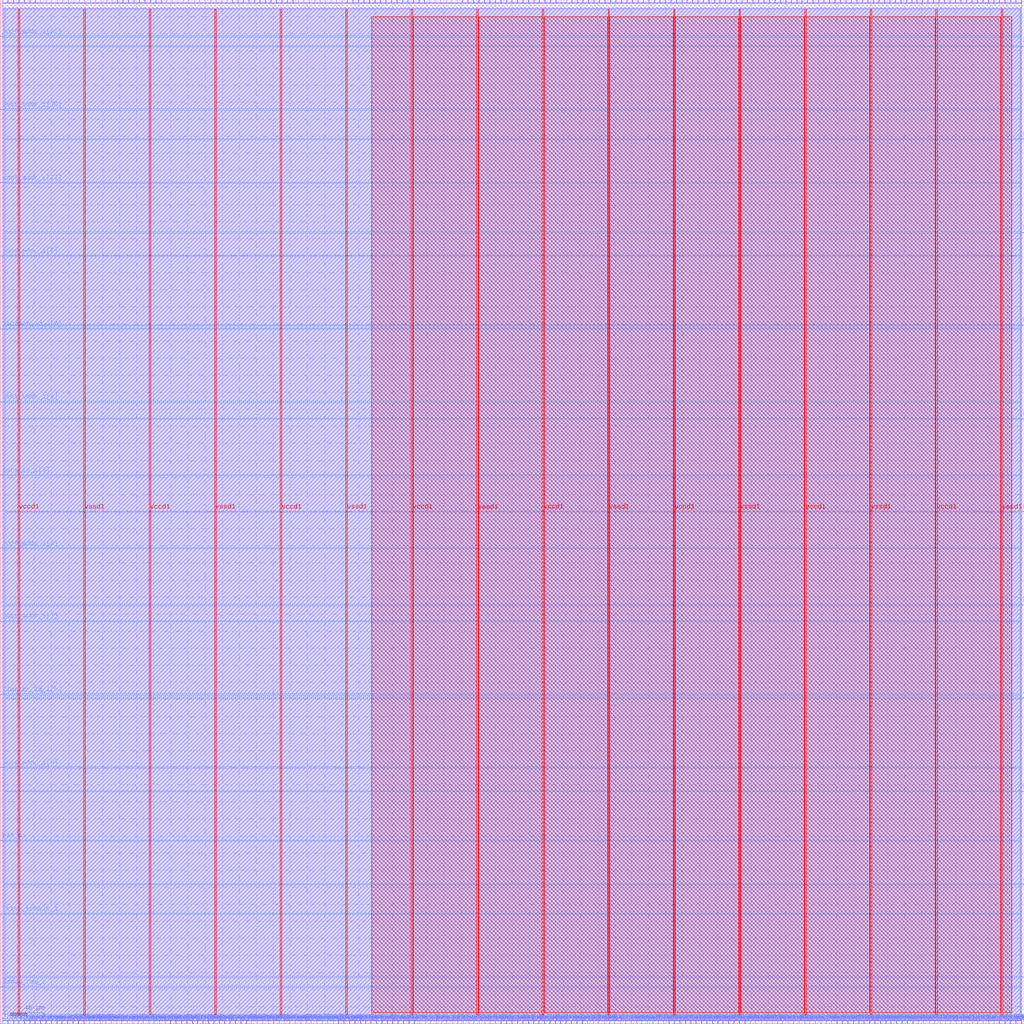
<source format=lef>
VERSION 5.7 ;
  NOWIREEXTENSIONATPIN ON ;
  DIVIDERCHAR "/" ;
  BUSBITCHARS "[]" ;
MACRO flexbex_ibex_core
  CLASS BLOCK ;
  FOREIGN flexbex_ibex_core ;
  ORIGIN 0.000 0.000 ;
  SIZE 1200.000 BY 1200.000 ;
  PIN boot_addr_i[0]
    DIRECTION INPUT ;
    USE SIGNAL ;
    PORT
      LAYER met3 ;
        RECT 0.000 299.920 4.000 300.520 ;
    END
  END boot_addr_i[0]
  PIN boot_addr_i[10]
    DIRECTION INPUT ;
    USE SIGNAL ;
    PORT
      LAYER met2 ;
        RECT 1151.930 0.000 1152.210 4.000 ;
    END
  END boot_addr_i[10]
  PIN boot_addr_i[11]
    DIRECTION INPUT ;
    USE SIGNAL ;
    PORT
      LAYER met3 ;
        RECT 0.000 985.360 4.000 985.960 ;
    END
  END boot_addr_i[11]
  PIN boot_addr_i[12]
    DIRECTION INPUT ;
    USE SIGNAL ;
    PORT
      LAYER met2 ;
        RECT 1170.790 1196.000 1171.070 1200.000 ;
    END
  END boot_addr_i[12]
  PIN boot_addr_i[13]
    DIRECTION INPUT ;
    USE SIGNAL ;
    PORT
      LAYER met2 ;
        RECT 1158.370 0.000 1158.650 4.000 ;
    END
  END boot_addr_i[13]
  PIN boot_addr_i[14]
    DIRECTION INPUT ;
    USE SIGNAL ;
    PORT
      LAYER met2 ;
        RECT 1164.810 0.000 1165.090 4.000 ;
    END
  END boot_addr_i[14]
  PIN boot_addr_i[15]
    DIRECTION INPUT ;
    USE SIGNAL ;
    PORT
      LAYER met2 ;
        RECT 1177.230 1196.000 1177.510 1200.000 ;
    END
  END boot_addr_i[15]
  PIN boot_addr_i[16]
    DIRECTION INPUT ;
    USE SIGNAL ;
    PORT
      LAYER met3 ;
        RECT 1196.000 599.800 1200.000 600.400 ;
    END
  END boot_addr_i[16]
  PIN boot_addr_i[17]
    DIRECTION INPUT ;
    USE SIGNAL ;
    PORT
      LAYER met3 ;
        RECT 1196.000 708.600 1200.000 709.200 ;
    END
  END boot_addr_i[17]
  PIN boot_addr_i[18]
    DIRECTION INPUT ;
    USE SIGNAL ;
    PORT
      LAYER met2 ;
        RECT 1183.670 1196.000 1183.950 1200.000 ;
    END
  END boot_addr_i[18]
  PIN boot_addr_i[19]
    DIRECTION INPUT ;
    USE SIGNAL ;
    PORT
      LAYER met2 ;
        RECT 1170.790 0.000 1171.070 4.000 ;
    END
  END boot_addr_i[19]
  PIN boot_addr_i[1]
    DIRECTION INPUT ;
    USE SIGNAL ;
    PORT
      LAYER met3 ;
        RECT 0.000 471.280 4.000 471.880 ;
    END
  END boot_addr_i[1]
  PIN boot_addr_i[20]
    DIRECTION INPUT ;
    USE SIGNAL ;
    PORT
      LAYER met3 ;
        RECT 0.000 1071.040 4.000 1071.640 ;
    END
  END boot_addr_i[20]
  PIN boot_addr_i[21]
    DIRECTION INPUT ;
    USE SIGNAL ;
    PORT
      LAYER met2 ;
        RECT 1177.230 0.000 1177.510 4.000 ;
    END
  END boot_addr_i[21]
  PIN boot_addr_i[22]
    DIRECTION INPUT ;
    USE SIGNAL ;
    PORT
      LAYER met2 ;
        RECT 1183.670 0.000 1183.950 4.000 ;
    END
  END boot_addr_i[22]
  PIN boot_addr_i[23]
    DIRECTION INPUT ;
    USE SIGNAL ;
    PORT
      LAYER met3 ;
        RECT 0.000 1156.720 4.000 1157.320 ;
    END
  END boot_addr_i[23]
  PIN boot_addr_i[24]
    DIRECTION INPUT ;
    USE SIGNAL ;
    PORT
      LAYER met3 ;
        RECT 1196.000 818.080 1200.000 818.680 ;
    END
  END boot_addr_i[24]
  PIN boot_addr_i[25]
    DIRECTION INPUT ;
    USE SIGNAL ;
    PORT
      LAYER met2 ;
        RECT 1190.110 1196.000 1190.390 1200.000 ;
    END
  END boot_addr_i[25]
  PIN boot_addr_i[26]
    DIRECTION INPUT ;
    USE SIGNAL ;
    PORT
      LAYER met3 ;
        RECT 1196.000 926.880 1200.000 927.480 ;
    END
  END boot_addr_i[26]
  PIN boot_addr_i[27]
    DIRECTION INPUT ;
    USE SIGNAL ;
    PORT
      LAYER met2 ;
        RECT 1190.110 0.000 1190.390 4.000 ;
    END
  END boot_addr_i[27]
  PIN boot_addr_i[28]
    DIRECTION INPUT ;
    USE SIGNAL ;
    PORT
      LAYER met3 ;
        RECT 1196.000 1036.360 1200.000 1036.960 ;
    END
  END boot_addr_i[28]
  PIN boot_addr_i[29]
    DIRECTION INPUT ;
    USE SIGNAL ;
    PORT
      LAYER met2 ;
        RECT 1196.550 1196.000 1196.830 1200.000 ;
    END
  END boot_addr_i[29]
  PIN boot_addr_i[2]
    DIRECTION INPUT ;
    USE SIGNAL ;
    PORT
      LAYER met3 ;
        RECT 0.000 556.960 4.000 557.560 ;
    END
  END boot_addr_i[2]
  PIN boot_addr_i[30]
    DIRECTION INPUT ;
    USE SIGNAL ;
    PORT
      LAYER met3 ;
        RECT 1196.000 1145.160 1200.000 1145.760 ;
    END
  END boot_addr_i[30]
  PIN boot_addr_i[31]
    DIRECTION INPUT ;
    USE SIGNAL ;
    PORT
      LAYER met2 ;
        RECT 1196.550 0.000 1196.830 4.000 ;
    END
  END boot_addr_i[31]
  PIN boot_addr_i[3]
    DIRECTION INPUT ;
    USE SIGNAL ;
    PORT
      LAYER met3 ;
        RECT 1196.000 272.040 1200.000 272.640 ;
    END
  END boot_addr_i[3]
  PIN boot_addr_i[4]
    DIRECTION INPUT ;
    USE SIGNAL ;
    PORT
      LAYER met3 ;
        RECT 0.000 728.320 4.000 728.920 ;
    END
  END boot_addr_i[4]
  PIN boot_addr_i[5]
    DIRECTION INPUT ;
    USE SIGNAL ;
    PORT
      LAYER met2 ;
        RECT 1139.050 0.000 1139.330 4.000 ;
    END
  END boot_addr_i[5]
  PIN boot_addr_i[6]
    DIRECTION INPUT ;
    USE SIGNAL ;
    PORT
      LAYER met2 ;
        RECT 1145.490 0.000 1145.770 4.000 ;
    END
  END boot_addr_i[6]
  PIN boot_addr_i[7]
    DIRECTION INPUT ;
    USE SIGNAL ;
    PORT
      LAYER met3 ;
        RECT 0.000 899.680 4.000 900.280 ;
    END
  END boot_addr_i[7]
  PIN boot_addr_i[8]
    DIRECTION INPUT ;
    USE SIGNAL ;
    PORT
      LAYER met2 ;
        RECT 1164.350 1196.000 1164.630 1200.000 ;
    END
  END boot_addr_i[8]
  PIN boot_addr_i[9]
    DIRECTION INPUT ;
    USE SIGNAL ;
    PORT
      LAYER met3 ;
        RECT 1196.000 490.320 1200.000 490.920 ;
    END
  END boot_addr_i[9]
  PIN clk_i
    DIRECTION INPUT ;
    USE SIGNAL ;
    PORT
      LAYER met2 ;
        RECT 1094.890 0.000 1095.170 4.000 ;
    END
  END clk_i
  PIN cluster_id_i[0]
    DIRECTION INPUT ;
    USE SIGNAL ;
    PORT
      LAYER met3 ;
        RECT 0.000 385.600 4.000 386.200 ;
    END
  END cluster_id_i[0]
  PIN cluster_id_i[1]
    DIRECTION INPUT ;
    USE SIGNAL ;
    PORT
      LAYER met3 ;
        RECT 1196.000 163.240 1200.000 163.840 ;
    END
  END cluster_id_i[1]
  PIN cluster_id_i[2]
    DIRECTION INPUT ;
    USE SIGNAL ;
    PORT
      LAYER met2 ;
        RECT 1120.190 0.000 1120.470 4.000 ;
    END
  END cluster_id_i[2]
  PIN cluster_id_i[3]
    DIRECTION INPUT ;
    USE SIGNAL ;
    PORT
      LAYER met2 ;
        RECT 1133.070 0.000 1133.350 4.000 ;
    END
  END cluster_id_i[3]
  PIN cluster_id_i[4]
    DIRECTION INPUT ;
    USE SIGNAL ;
    PORT
      LAYER met3 ;
        RECT 0.000 814.000 4.000 814.600 ;
    END
  END cluster_id_i[4]
  PIN cluster_id_i[5]
    DIRECTION INPUT ;
    USE SIGNAL ;
    PORT
      LAYER met3 ;
        RECT 1196.000 381.520 1200.000 382.120 ;
    END
  END cluster_id_i[5]
  PIN core_id_i[0]
    DIRECTION INPUT ;
    USE SIGNAL ;
    PORT
      LAYER met2 ;
        RECT 1107.310 0.000 1107.590 4.000 ;
    END
  END core_id_i[0]
  PIN core_id_i[1]
    DIRECTION INPUT ;
    USE SIGNAL ;
    PORT
      LAYER met2 ;
        RECT 1113.750 0.000 1114.030 4.000 ;
    END
  END core_id_i[1]
  PIN core_id_i[2]
    DIRECTION INPUT ;
    USE SIGNAL ;
    PORT
      LAYER met2 ;
        RECT 1126.630 0.000 1126.910 4.000 ;
    END
  END core_id_i[2]
  PIN core_id_i[3]
    DIRECTION INPUT ;
    USE SIGNAL ;
    PORT
      LAYER met3 ;
        RECT 0.000 642.640 4.000 643.240 ;
    END
  END core_id_i[3]
  PIN data_addr_o[0]
    DIRECTION OUTPUT TRISTATE ;
    USE SIGNAL ;
    PORT
      LAYER met2 ;
        RECT 459.630 0.000 459.910 4.000 ;
    END
  END data_addr_o[0]
  PIN data_addr_o[10]
    DIRECTION OUTPUT TRISTATE ;
    USE SIGNAL ;
    PORT
      LAYER met2 ;
        RECT 675.830 0.000 676.110 4.000 ;
    END
  END data_addr_o[10]
  PIN data_addr_o[11]
    DIRECTION OUTPUT TRISTATE ;
    USE SIGNAL ;
    PORT
      LAYER met2 ;
        RECT 694.690 0.000 694.970 4.000 ;
    END
  END data_addr_o[11]
  PIN data_addr_o[12]
    DIRECTION OUTPUT TRISTATE ;
    USE SIGNAL ;
    PORT
      LAYER met2 ;
        RECT 714.010 0.000 714.290 4.000 ;
    END
  END data_addr_o[12]
  PIN data_addr_o[13]
    DIRECTION OUTPUT TRISTATE ;
    USE SIGNAL ;
    PORT
      LAYER met2 ;
        RECT 732.870 0.000 733.150 4.000 ;
    END
  END data_addr_o[13]
  PIN data_addr_o[14]
    DIRECTION OUTPUT TRISTATE ;
    USE SIGNAL ;
    PORT
      LAYER met2 ;
        RECT 751.730 0.000 752.010 4.000 ;
    END
  END data_addr_o[14]
  PIN data_addr_o[15]
    DIRECTION OUTPUT TRISTATE ;
    USE SIGNAL ;
    PORT
      LAYER met2 ;
        RECT 771.050 0.000 771.330 4.000 ;
    END
  END data_addr_o[15]
  PIN data_addr_o[16]
    DIRECTION OUTPUT TRISTATE ;
    USE SIGNAL ;
    PORT
      LAYER met2 ;
        RECT 789.910 0.000 790.190 4.000 ;
    END
  END data_addr_o[16]
  PIN data_addr_o[17]
    DIRECTION OUTPUT TRISTATE ;
    USE SIGNAL ;
    PORT
      LAYER met2 ;
        RECT 809.230 0.000 809.510 4.000 ;
    END
  END data_addr_o[17]
  PIN data_addr_o[18]
    DIRECTION OUTPUT TRISTATE ;
    USE SIGNAL ;
    PORT
      LAYER met2 ;
        RECT 828.090 0.000 828.370 4.000 ;
    END
  END data_addr_o[18]
  PIN data_addr_o[19]
    DIRECTION OUTPUT TRISTATE ;
    USE SIGNAL ;
    PORT
      LAYER met2 ;
        RECT 846.950 0.000 847.230 4.000 ;
    END
  END data_addr_o[19]
  PIN data_addr_o[1]
    DIRECTION OUTPUT TRISTATE ;
    USE SIGNAL ;
    PORT
      LAYER met2 ;
        RECT 485.390 0.000 485.670 4.000 ;
    END
  END data_addr_o[1]
  PIN data_addr_o[20]
    DIRECTION OUTPUT TRISTATE ;
    USE SIGNAL ;
    PORT
      LAYER met2 ;
        RECT 866.270 0.000 866.550 4.000 ;
    END
  END data_addr_o[20]
  PIN data_addr_o[21]
    DIRECTION OUTPUT TRISTATE ;
    USE SIGNAL ;
    PORT
      LAYER met2 ;
        RECT 885.130 0.000 885.410 4.000 ;
    END
  END data_addr_o[21]
  PIN data_addr_o[22]
    DIRECTION OUTPUT TRISTATE ;
    USE SIGNAL ;
    PORT
      LAYER met2 ;
        RECT 904.450 0.000 904.730 4.000 ;
    END
  END data_addr_o[22]
  PIN data_addr_o[23]
    DIRECTION OUTPUT TRISTATE ;
    USE SIGNAL ;
    PORT
      LAYER met2 ;
        RECT 923.310 0.000 923.590 4.000 ;
    END
  END data_addr_o[23]
  PIN data_addr_o[24]
    DIRECTION OUTPUT TRISTATE ;
    USE SIGNAL ;
    PORT
      LAYER met2 ;
        RECT 942.630 0.000 942.910 4.000 ;
    END
  END data_addr_o[24]
  PIN data_addr_o[25]
    DIRECTION OUTPUT TRISTATE ;
    USE SIGNAL ;
    PORT
      LAYER met2 ;
        RECT 961.490 0.000 961.770 4.000 ;
    END
  END data_addr_o[25]
  PIN data_addr_o[26]
    DIRECTION OUTPUT TRISTATE ;
    USE SIGNAL ;
    PORT
      LAYER met2 ;
        RECT 980.350 0.000 980.630 4.000 ;
    END
  END data_addr_o[26]
  PIN data_addr_o[27]
    DIRECTION OUTPUT TRISTATE ;
    USE SIGNAL ;
    PORT
      LAYER met2 ;
        RECT 999.670 0.000 999.950 4.000 ;
    END
  END data_addr_o[27]
  PIN data_addr_o[28]
    DIRECTION OUTPUT TRISTATE ;
    USE SIGNAL ;
    PORT
      LAYER met2 ;
        RECT 1018.530 0.000 1018.810 4.000 ;
    END
  END data_addr_o[28]
  PIN data_addr_o[29]
    DIRECTION OUTPUT TRISTATE ;
    USE SIGNAL ;
    PORT
      LAYER met2 ;
        RECT 1037.850 0.000 1038.130 4.000 ;
    END
  END data_addr_o[29]
  PIN data_addr_o[2]
    DIRECTION OUTPUT TRISTATE ;
    USE SIGNAL ;
    PORT
      LAYER met2 ;
        RECT 510.690 0.000 510.970 4.000 ;
    END
  END data_addr_o[2]
  PIN data_addr_o[30]
    DIRECTION OUTPUT TRISTATE ;
    USE SIGNAL ;
    PORT
      LAYER met2 ;
        RECT 1056.710 0.000 1056.990 4.000 ;
    END
  END data_addr_o[30]
  PIN data_addr_o[31]
    DIRECTION OUTPUT TRISTATE ;
    USE SIGNAL ;
    PORT
      LAYER met2 ;
        RECT 1075.570 0.000 1075.850 4.000 ;
    END
  END data_addr_o[31]
  PIN data_addr_o[3]
    DIRECTION OUTPUT TRISTATE ;
    USE SIGNAL ;
    PORT
      LAYER met2 ;
        RECT 535.990 0.000 536.270 4.000 ;
    END
  END data_addr_o[3]
  PIN data_addr_o[4]
    DIRECTION OUTPUT TRISTATE ;
    USE SIGNAL ;
    PORT
      LAYER met2 ;
        RECT 561.290 0.000 561.570 4.000 ;
    END
  END data_addr_o[4]
  PIN data_addr_o[5]
    DIRECTION OUTPUT TRISTATE ;
    USE SIGNAL ;
    PORT
      LAYER met2 ;
        RECT 580.610 0.000 580.890 4.000 ;
    END
  END data_addr_o[5]
  PIN data_addr_o[6]
    DIRECTION OUTPUT TRISTATE ;
    USE SIGNAL ;
    PORT
      LAYER met2 ;
        RECT 599.470 0.000 599.750 4.000 ;
    END
  END data_addr_o[6]
  PIN data_addr_o[7]
    DIRECTION OUTPUT TRISTATE ;
    USE SIGNAL ;
    PORT
      LAYER met2 ;
        RECT 618.790 0.000 619.070 4.000 ;
    END
  END data_addr_o[7]
  PIN data_addr_o[8]
    DIRECTION OUTPUT TRISTATE ;
    USE SIGNAL ;
    PORT
      LAYER met2 ;
        RECT 637.650 0.000 637.930 4.000 ;
    END
  END data_addr_o[8]
  PIN data_addr_o[9]
    DIRECTION OUTPUT TRISTATE ;
    USE SIGNAL ;
    PORT
      LAYER met2 ;
        RECT 656.510 0.000 656.790 4.000 ;
    END
  END data_addr_o[9]
  PIN data_be_o[0]
    DIRECTION OUTPUT TRISTATE ;
    USE SIGNAL ;
    PORT
      LAYER met2 ;
        RECT 466.070 0.000 466.350 4.000 ;
    END
  END data_be_o[0]
  PIN data_be_o[1]
    DIRECTION OUTPUT TRISTATE ;
    USE SIGNAL ;
    PORT
      LAYER met2 ;
        RECT 491.370 0.000 491.650 4.000 ;
    END
  END data_be_o[1]
  PIN data_be_o[2]
    DIRECTION OUTPUT TRISTATE ;
    USE SIGNAL ;
    PORT
      LAYER met2 ;
        RECT 517.130 0.000 517.410 4.000 ;
    END
  END data_be_o[2]
  PIN data_be_o[3]
    DIRECTION OUTPUT TRISTATE ;
    USE SIGNAL ;
    PORT
      LAYER met2 ;
        RECT 542.430 0.000 542.710 4.000 ;
    END
  END data_be_o[3]
  PIN data_err_i
    DIRECTION INPUT ;
    USE SIGNAL ;
    PORT
      LAYER met2 ;
        RECT 427.890 0.000 428.170 4.000 ;
    END
  END data_err_i
  PIN data_gnt_i
    DIRECTION INPUT ;
    USE SIGNAL ;
    PORT
      LAYER met2 ;
        RECT 434.330 0.000 434.610 4.000 ;
    END
  END data_gnt_i
  PIN data_rdata_i[0]
    DIRECTION INPUT ;
    USE SIGNAL ;
    PORT
      LAYER met2 ;
        RECT 472.510 0.000 472.790 4.000 ;
    END
  END data_rdata_i[0]
  PIN data_rdata_i[10]
    DIRECTION INPUT ;
    USE SIGNAL ;
    PORT
      LAYER met2 ;
        RECT 682.270 0.000 682.550 4.000 ;
    END
  END data_rdata_i[10]
  PIN data_rdata_i[11]
    DIRECTION INPUT ;
    USE SIGNAL ;
    PORT
      LAYER met2 ;
        RECT 701.130 0.000 701.410 4.000 ;
    END
  END data_rdata_i[11]
  PIN data_rdata_i[12]
    DIRECTION INPUT ;
    USE SIGNAL ;
    PORT
      LAYER met2 ;
        RECT 719.990 0.000 720.270 4.000 ;
    END
  END data_rdata_i[12]
  PIN data_rdata_i[13]
    DIRECTION INPUT ;
    USE SIGNAL ;
    PORT
      LAYER met2 ;
        RECT 739.310 0.000 739.590 4.000 ;
    END
  END data_rdata_i[13]
  PIN data_rdata_i[14]
    DIRECTION INPUT ;
    USE SIGNAL ;
    PORT
      LAYER met2 ;
        RECT 758.170 0.000 758.450 4.000 ;
    END
  END data_rdata_i[14]
  PIN data_rdata_i[15]
    DIRECTION INPUT ;
    USE SIGNAL ;
    PORT
      LAYER met2 ;
        RECT 777.490 0.000 777.770 4.000 ;
    END
  END data_rdata_i[15]
  PIN data_rdata_i[16]
    DIRECTION INPUT ;
    USE SIGNAL ;
    PORT
      LAYER met2 ;
        RECT 796.350 0.000 796.630 4.000 ;
    END
  END data_rdata_i[16]
  PIN data_rdata_i[17]
    DIRECTION INPUT ;
    USE SIGNAL ;
    PORT
      LAYER met2 ;
        RECT 815.210 0.000 815.490 4.000 ;
    END
  END data_rdata_i[17]
  PIN data_rdata_i[18]
    DIRECTION INPUT ;
    USE SIGNAL ;
    PORT
      LAYER met2 ;
        RECT 834.530 0.000 834.810 4.000 ;
    END
  END data_rdata_i[18]
  PIN data_rdata_i[19]
    DIRECTION INPUT ;
    USE SIGNAL ;
    PORT
      LAYER met2 ;
        RECT 853.390 0.000 853.670 4.000 ;
    END
  END data_rdata_i[19]
  PIN data_rdata_i[1]
    DIRECTION INPUT ;
    USE SIGNAL ;
    PORT
      LAYER met2 ;
        RECT 497.810 0.000 498.090 4.000 ;
    END
  END data_rdata_i[1]
  PIN data_rdata_i[20]
    DIRECTION INPUT ;
    USE SIGNAL ;
    PORT
      LAYER met2 ;
        RECT 872.710 0.000 872.990 4.000 ;
    END
  END data_rdata_i[20]
  PIN data_rdata_i[21]
    DIRECTION INPUT ;
    USE SIGNAL ;
    PORT
      LAYER met2 ;
        RECT 891.570 0.000 891.850 4.000 ;
    END
  END data_rdata_i[21]
  PIN data_rdata_i[22]
    DIRECTION INPUT ;
    USE SIGNAL ;
    PORT
      LAYER met2 ;
        RECT 910.890 0.000 911.170 4.000 ;
    END
  END data_rdata_i[22]
  PIN data_rdata_i[23]
    DIRECTION INPUT ;
    USE SIGNAL ;
    PORT
      LAYER met2 ;
        RECT 929.750 0.000 930.030 4.000 ;
    END
  END data_rdata_i[23]
  PIN data_rdata_i[24]
    DIRECTION INPUT ;
    USE SIGNAL ;
    PORT
      LAYER met2 ;
        RECT 948.610 0.000 948.890 4.000 ;
    END
  END data_rdata_i[24]
  PIN data_rdata_i[25]
    DIRECTION INPUT ;
    USE SIGNAL ;
    PORT
      LAYER met2 ;
        RECT 967.930 0.000 968.210 4.000 ;
    END
  END data_rdata_i[25]
  PIN data_rdata_i[26]
    DIRECTION INPUT ;
    USE SIGNAL ;
    PORT
      LAYER met2 ;
        RECT 986.790 0.000 987.070 4.000 ;
    END
  END data_rdata_i[26]
  PIN data_rdata_i[27]
    DIRECTION INPUT ;
    USE SIGNAL ;
    PORT
      LAYER met2 ;
        RECT 1006.110 0.000 1006.390 4.000 ;
    END
  END data_rdata_i[27]
  PIN data_rdata_i[28]
    DIRECTION INPUT ;
    USE SIGNAL ;
    PORT
      LAYER met2 ;
        RECT 1024.970 0.000 1025.250 4.000 ;
    END
  END data_rdata_i[28]
  PIN data_rdata_i[29]
    DIRECTION INPUT ;
    USE SIGNAL ;
    PORT
      LAYER met2 ;
        RECT 1043.830 0.000 1044.110 4.000 ;
    END
  END data_rdata_i[29]
  PIN data_rdata_i[2]
    DIRECTION INPUT ;
    USE SIGNAL ;
    PORT
      LAYER met2 ;
        RECT 523.110 0.000 523.390 4.000 ;
    END
  END data_rdata_i[2]
  PIN data_rdata_i[30]
    DIRECTION INPUT ;
    USE SIGNAL ;
    PORT
      LAYER met2 ;
        RECT 1063.150 0.000 1063.430 4.000 ;
    END
  END data_rdata_i[30]
  PIN data_rdata_i[31]
    DIRECTION INPUT ;
    USE SIGNAL ;
    PORT
      LAYER met2 ;
        RECT 1082.010 0.000 1082.290 4.000 ;
    END
  END data_rdata_i[31]
  PIN data_rdata_i[3]
    DIRECTION INPUT ;
    USE SIGNAL ;
    PORT
      LAYER met2 ;
        RECT 548.870 0.000 549.150 4.000 ;
    END
  END data_rdata_i[3]
  PIN data_rdata_i[4]
    DIRECTION INPUT ;
    USE SIGNAL ;
    PORT
      LAYER met2 ;
        RECT 567.730 0.000 568.010 4.000 ;
    END
  END data_rdata_i[4]
  PIN data_rdata_i[5]
    DIRECTION INPUT ;
    USE SIGNAL ;
    PORT
      LAYER met2 ;
        RECT 586.590 0.000 586.870 4.000 ;
    END
  END data_rdata_i[5]
  PIN data_rdata_i[6]
    DIRECTION INPUT ;
    USE SIGNAL ;
    PORT
      LAYER met2 ;
        RECT 605.910 0.000 606.190 4.000 ;
    END
  END data_rdata_i[6]
  PIN data_rdata_i[7]
    DIRECTION INPUT ;
    USE SIGNAL ;
    PORT
      LAYER met2 ;
        RECT 624.770 0.000 625.050 4.000 ;
    END
  END data_rdata_i[7]
  PIN data_rdata_i[8]
    DIRECTION INPUT ;
    USE SIGNAL ;
    PORT
      LAYER met2 ;
        RECT 644.090 0.000 644.370 4.000 ;
    END
  END data_rdata_i[8]
  PIN data_rdata_i[9]
    DIRECTION INPUT ;
    USE SIGNAL ;
    PORT
      LAYER met2 ;
        RECT 662.950 0.000 663.230 4.000 ;
    END
  END data_rdata_i[9]
  PIN data_req_o
    DIRECTION OUTPUT TRISTATE ;
    USE SIGNAL ;
    PORT
      LAYER met2 ;
        RECT 440.770 0.000 441.050 4.000 ;
    END
  END data_req_o
  PIN data_rvalid_i
    DIRECTION INPUT ;
    USE SIGNAL ;
    PORT
      LAYER met2 ;
        RECT 447.210 0.000 447.490 4.000 ;
    END
  END data_rvalid_i
  PIN data_wdata_o[0]
    DIRECTION OUTPUT TRISTATE ;
    USE SIGNAL ;
    PORT
      LAYER met2 ;
        RECT 478.950 0.000 479.230 4.000 ;
    END
  END data_wdata_o[0]
  PIN data_wdata_o[10]
    DIRECTION OUTPUT TRISTATE ;
    USE SIGNAL ;
    PORT
      LAYER met2 ;
        RECT 688.250 0.000 688.530 4.000 ;
    END
  END data_wdata_o[10]
  PIN data_wdata_o[11]
    DIRECTION OUTPUT TRISTATE ;
    USE SIGNAL ;
    PORT
      LAYER met2 ;
        RECT 707.570 0.000 707.850 4.000 ;
    END
  END data_wdata_o[11]
  PIN data_wdata_o[12]
    DIRECTION OUTPUT TRISTATE ;
    USE SIGNAL ;
    PORT
      LAYER met2 ;
        RECT 726.430 0.000 726.710 4.000 ;
    END
  END data_wdata_o[12]
  PIN data_wdata_o[13]
    DIRECTION OUTPUT TRISTATE ;
    USE SIGNAL ;
    PORT
      LAYER met2 ;
        RECT 745.750 0.000 746.030 4.000 ;
    END
  END data_wdata_o[13]
  PIN data_wdata_o[14]
    DIRECTION OUTPUT TRISTATE ;
    USE SIGNAL ;
    PORT
      LAYER met2 ;
        RECT 764.610 0.000 764.890 4.000 ;
    END
  END data_wdata_o[14]
  PIN data_wdata_o[15]
    DIRECTION OUTPUT TRISTATE ;
    USE SIGNAL ;
    PORT
      LAYER met2 ;
        RECT 783.470 0.000 783.750 4.000 ;
    END
  END data_wdata_o[15]
  PIN data_wdata_o[16]
    DIRECTION OUTPUT TRISTATE ;
    USE SIGNAL ;
    PORT
      LAYER met2 ;
        RECT 802.790 0.000 803.070 4.000 ;
    END
  END data_wdata_o[16]
  PIN data_wdata_o[17]
    DIRECTION OUTPUT TRISTATE ;
    USE SIGNAL ;
    PORT
      LAYER met2 ;
        RECT 821.650 0.000 821.930 4.000 ;
    END
  END data_wdata_o[17]
  PIN data_wdata_o[18]
    DIRECTION OUTPUT TRISTATE ;
    USE SIGNAL ;
    PORT
      LAYER met2 ;
        RECT 840.970 0.000 841.250 4.000 ;
    END
  END data_wdata_o[18]
  PIN data_wdata_o[19]
    DIRECTION OUTPUT TRISTATE ;
    USE SIGNAL ;
    PORT
      LAYER met2 ;
        RECT 859.830 0.000 860.110 4.000 ;
    END
  END data_wdata_o[19]
  PIN data_wdata_o[1]
    DIRECTION OUTPUT TRISTATE ;
    USE SIGNAL ;
    PORT
      LAYER met2 ;
        RECT 504.250 0.000 504.530 4.000 ;
    END
  END data_wdata_o[1]
  PIN data_wdata_o[20]
    DIRECTION OUTPUT TRISTATE ;
    USE SIGNAL ;
    PORT
      LAYER met2 ;
        RECT 878.690 0.000 878.970 4.000 ;
    END
  END data_wdata_o[20]
  PIN data_wdata_o[21]
    DIRECTION OUTPUT TRISTATE ;
    USE SIGNAL ;
    PORT
      LAYER met2 ;
        RECT 898.010 0.000 898.290 4.000 ;
    END
  END data_wdata_o[21]
  PIN data_wdata_o[22]
    DIRECTION OUTPUT TRISTATE ;
    USE SIGNAL ;
    PORT
      LAYER met2 ;
        RECT 916.870 0.000 917.150 4.000 ;
    END
  END data_wdata_o[22]
  PIN data_wdata_o[23]
    DIRECTION OUTPUT TRISTATE ;
    USE SIGNAL ;
    PORT
      LAYER met2 ;
        RECT 936.190 0.000 936.470 4.000 ;
    END
  END data_wdata_o[23]
  PIN data_wdata_o[24]
    DIRECTION OUTPUT TRISTATE ;
    USE SIGNAL ;
    PORT
      LAYER met2 ;
        RECT 955.050 0.000 955.330 4.000 ;
    END
  END data_wdata_o[24]
  PIN data_wdata_o[25]
    DIRECTION OUTPUT TRISTATE ;
    USE SIGNAL ;
    PORT
      LAYER met2 ;
        RECT 974.370 0.000 974.650 4.000 ;
    END
  END data_wdata_o[25]
  PIN data_wdata_o[26]
    DIRECTION OUTPUT TRISTATE ;
    USE SIGNAL ;
    PORT
      LAYER met2 ;
        RECT 993.230 0.000 993.510 4.000 ;
    END
  END data_wdata_o[26]
  PIN data_wdata_o[27]
    DIRECTION OUTPUT TRISTATE ;
    USE SIGNAL ;
    PORT
      LAYER met2 ;
        RECT 1012.090 0.000 1012.370 4.000 ;
    END
  END data_wdata_o[27]
  PIN data_wdata_o[28]
    DIRECTION OUTPUT TRISTATE ;
    USE SIGNAL ;
    PORT
      LAYER met2 ;
        RECT 1031.410 0.000 1031.690 4.000 ;
    END
  END data_wdata_o[28]
  PIN data_wdata_o[29]
    DIRECTION OUTPUT TRISTATE ;
    USE SIGNAL ;
    PORT
      LAYER met2 ;
        RECT 1050.270 0.000 1050.550 4.000 ;
    END
  END data_wdata_o[29]
  PIN data_wdata_o[2]
    DIRECTION OUTPUT TRISTATE ;
    USE SIGNAL ;
    PORT
      LAYER met2 ;
        RECT 529.550 0.000 529.830 4.000 ;
    END
  END data_wdata_o[2]
  PIN data_wdata_o[30]
    DIRECTION OUTPUT TRISTATE ;
    USE SIGNAL ;
    PORT
      LAYER met2 ;
        RECT 1069.590 0.000 1069.870 4.000 ;
    END
  END data_wdata_o[30]
  PIN data_wdata_o[31]
    DIRECTION OUTPUT TRISTATE ;
    USE SIGNAL ;
    PORT
      LAYER met2 ;
        RECT 1088.450 0.000 1088.730 4.000 ;
    END
  END data_wdata_o[31]
  PIN data_wdata_o[3]
    DIRECTION OUTPUT TRISTATE ;
    USE SIGNAL ;
    PORT
      LAYER met2 ;
        RECT 554.850 0.000 555.130 4.000 ;
    END
  END data_wdata_o[3]
  PIN data_wdata_o[4]
    DIRECTION OUTPUT TRISTATE ;
    USE SIGNAL ;
    PORT
      LAYER met2 ;
        RECT 574.170 0.000 574.450 4.000 ;
    END
  END data_wdata_o[4]
  PIN data_wdata_o[5]
    DIRECTION OUTPUT TRISTATE ;
    USE SIGNAL ;
    PORT
      LAYER met2 ;
        RECT 593.030 0.000 593.310 4.000 ;
    END
  END data_wdata_o[5]
  PIN data_wdata_o[6]
    DIRECTION OUTPUT TRISTATE ;
    USE SIGNAL ;
    PORT
      LAYER met2 ;
        RECT 612.350 0.000 612.630 4.000 ;
    END
  END data_wdata_o[6]
  PIN data_wdata_o[7]
    DIRECTION OUTPUT TRISTATE ;
    USE SIGNAL ;
    PORT
      LAYER met2 ;
        RECT 631.210 0.000 631.490 4.000 ;
    END
  END data_wdata_o[7]
  PIN data_wdata_o[8]
    DIRECTION OUTPUT TRISTATE ;
    USE SIGNAL ;
    PORT
      LAYER met2 ;
        RECT 650.530 0.000 650.810 4.000 ;
    END
  END data_wdata_o[8]
  PIN data_wdata_o[9]
    DIRECTION OUTPUT TRISTATE ;
    USE SIGNAL ;
    PORT
      LAYER met2 ;
        RECT 669.390 0.000 669.670 4.000 ;
    END
  END data_wdata_o[9]
  PIN data_we_o
    DIRECTION OUTPUT TRISTATE ;
    USE SIGNAL ;
    PORT
      LAYER met2 ;
        RECT 453.650 0.000 453.930 4.000 ;
    END
  END data_we_o
  PIN debug_req_i
    DIRECTION INPUT ;
    USE SIGNAL ;
    PORT
      LAYER met3 ;
        RECT 0.000 42.880 4.000 43.480 ;
    END
  END debug_req_i
  PIN eFPGA_delay_o[0]
    DIRECTION OUTPUT TRISTATE ;
    USE SIGNAL ;
    PORT
      LAYER met2 ;
        RECT 21.710 1196.000 21.990 1200.000 ;
    END
  END eFPGA_delay_o[0]
  PIN eFPGA_delay_o[1]
    DIRECTION OUTPUT TRISTATE ;
    USE SIGNAL ;
    PORT
      LAYER met2 ;
        RECT 66.790 1196.000 67.070 1200.000 ;
    END
  END eFPGA_delay_o[1]
  PIN eFPGA_delay_o[2]
    DIRECTION OUTPUT TRISTATE ;
    USE SIGNAL ;
    PORT
      LAYER met2 ;
        RECT 111.870 1196.000 112.150 1200.000 ;
    END
  END eFPGA_delay_o[2]
  PIN eFPGA_delay_o[3]
    DIRECTION OUTPUT TRISTATE ;
    USE SIGNAL ;
    PORT
      LAYER met2 ;
        RECT 150.050 1196.000 150.330 1200.000 ;
    END
  END eFPGA_delay_o[3]
  PIN eFPGA_en_o
    DIRECTION OUTPUT TRISTATE ;
    USE SIGNAL ;
    PORT
      LAYER met2 ;
        RECT 2.850 1196.000 3.130 1200.000 ;
    END
  END eFPGA_en_o
  PIN eFPGA_fpga_done_i
    DIRECTION INPUT ;
    USE SIGNAL ;
    PORT
      LAYER met2 ;
        RECT 8.830 1196.000 9.110 1200.000 ;
    END
  END eFPGA_fpga_done_i
  PIN eFPGA_operand_a_o[0]
    DIRECTION OUTPUT TRISTATE ;
    USE SIGNAL ;
    PORT
      LAYER met2 ;
        RECT 28.150 1196.000 28.430 1200.000 ;
    END
  END eFPGA_operand_a_o[0]
  PIN eFPGA_operand_a_o[10]
    DIRECTION OUTPUT TRISTATE ;
    USE SIGNAL ;
    PORT
      LAYER met2 ;
        RECT 381.430 1196.000 381.710 1200.000 ;
    END
  END eFPGA_operand_a_o[10]
  PIN eFPGA_operand_a_o[11]
    DIRECTION OUTPUT TRISTATE ;
    USE SIGNAL ;
    PORT
      LAYER met2 ;
        RECT 413.170 1196.000 413.450 1200.000 ;
    END
  END eFPGA_operand_a_o[11]
  PIN eFPGA_operand_a_o[12]
    DIRECTION OUTPUT TRISTATE ;
    USE SIGNAL ;
    PORT
      LAYER met2 ;
        RECT 445.370 1196.000 445.650 1200.000 ;
    END
  END eFPGA_operand_a_o[12]
  PIN eFPGA_operand_a_o[13]
    DIRECTION OUTPUT TRISTATE ;
    USE SIGNAL ;
    PORT
      LAYER met2 ;
        RECT 477.570 1196.000 477.850 1200.000 ;
    END
  END eFPGA_operand_a_o[13]
  PIN eFPGA_operand_a_o[14]
    DIRECTION OUTPUT TRISTATE ;
    USE SIGNAL ;
    PORT
      LAYER met2 ;
        RECT 509.770 1196.000 510.050 1200.000 ;
    END
  END eFPGA_operand_a_o[14]
  PIN eFPGA_operand_a_o[15]
    DIRECTION OUTPUT TRISTATE ;
    USE SIGNAL ;
    PORT
      LAYER met2 ;
        RECT 541.510 1196.000 541.790 1200.000 ;
    END
  END eFPGA_operand_a_o[15]
  PIN eFPGA_operand_a_o[16]
    DIRECTION OUTPUT TRISTATE ;
    USE SIGNAL ;
    PORT
      LAYER met2 ;
        RECT 573.710 1196.000 573.990 1200.000 ;
    END
  END eFPGA_operand_a_o[16]
  PIN eFPGA_operand_a_o[17]
    DIRECTION OUTPUT TRISTATE ;
    USE SIGNAL ;
    PORT
      LAYER met2 ;
        RECT 605.910 1196.000 606.190 1200.000 ;
    END
  END eFPGA_operand_a_o[17]
  PIN eFPGA_operand_a_o[18]
    DIRECTION OUTPUT TRISTATE ;
    USE SIGNAL ;
    PORT
      LAYER met2 ;
        RECT 638.110 1196.000 638.390 1200.000 ;
    END
  END eFPGA_operand_a_o[18]
  PIN eFPGA_operand_a_o[19]
    DIRECTION OUTPUT TRISTATE ;
    USE SIGNAL ;
    PORT
      LAYER met2 ;
        RECT 669.850 1196.000 670.130 1200.000 ;
    END
  END eFPGA_operand_a_o[19]
  PIN eFPGA_operand_a_o[1]
    DIRECTION OUTPUT TRISTATE ;
    USE SIGNAL ;
    PORT
      LAYER met2 ;
        RECT 73.230 1196.000 73.510 1200.000 ;
    END
  END eFPGA_operand_a_o[1]
  PIN eFPGA_operand_a_o[20]
    DIRECTION OUTPUT TRISTATE ;
    USE SIGNAL ;
    PORT
      LAYER met2 ;
        RECT 702.050 1196.000 702.330 1200.000 ;
    END
  END eFPGA_operand_a_o[20]
  PIN eFPGA_operand_a_o[21]
    DIRECTION OUTPUT TRISTATE ;
    USE SIGNAL ;
    PORT
      LAYER met2 ;
        RECT 734.250 1196.000 734.530 1200.000 ;
    END
  END eFPGA_operand_a_o[21]
  PIN eFPGA_operand_a_o[22]
    DIRECTION OUTPUT TRISTATE ;
    USE SIGNAL ;
    PORT
      LAYER met2 ;
        RECT 766.450 1196.000 766.730 1200.000 ;
    END
  END eFPGA_operand_a_o[22]
  PIN eFPGA_operand_a_o[23]
    DIRECTION OUTPUT TRISTATE ;
    USE SIGNAL ;
    PORT
      LAYER met2 ;
        RECT 798.650 1196.000 798.930 1200.000 ;
    END
  END eFPGA_operand_a_o[23]
  PIN eFPGA_operand_a_o[24]
    DIRECTION OUTPUT TRISTATE ;
    USE SIGNAL ;
    PORT
      LAYER met2 ;
        RECT 830.390 1196.000 830.670 1200.000 ;
    END
  END eFPGA_operand_a_o[24]
  PIN eFPGA_operand_a_o[25]
    DIRECTION OUTPUT TRISTATE ;
    USE SIGNAL ;
    PORT
      LAYER met2 ;
        RECT 862.590 1196.000 862.870 1200.000 ;
    END
  END eFPGA_operand_a_o[25]
  PIN eFPGA_operand_a_o[26]
    DIRECTION OUTPUT TRISTATE ;
    USE SIGNAL ;
    PORT
      LAYER met2 ;
        RECT 894.790 1196.000 895.070 1200.000 ;
    END
  END eFPGA_operand_a_o[26]
  PIN eFPGA_operand_a_o[27]
    DIRECTION OUTPUT TRISTATE ;
    USE SIGNAL ;
    PORT
      LAYER met2 ;
        RECT 926.990 1196.000 927.270 1200.000 ;
    END
  END eFPGA_operand_a_o[27]
  PIN eFPGA_operand_a_o[28]
    DIRECTION OUTPUT TRISTATE ;
    USE SIGNAL ;
    PORT
      LAYER met2 ;
        RECT 958.730 1196.000 959.010 1200.000 ;
    END
  END eFPGA_operand_a_o[28]
  PIN eFPGA_operand_a_o[29]
    DIRECTION OUTPUT TRISTATE ;
    USE SIGNAL ;
    PORT
      LAYER met2 ;
        RECT 990.930 1196.000 991.210 1200.000 ;
    END
  END eFPGA_operand_a_o[29]
  PIN eFPGA_operand_a_o[2]
    DIRECTION OUTPUT TRISTATE ;
    USE SIGNAL ;
    PORT
      LAYER met2 ;
        RECT 118.310 1196.000 118.590 1200.000 ;
    END
  END eFPGA_operand_a_o[2]
  PIN eFPGA_operand_a_o[30]
    DIRECTION OUTPUT TRISTATE ;
    USE SIGNAL ;
    PORT
      LAYER met2 ;
        RECT 1023.130 1196.000 1023.410 1200.000 ;
    END
  END eFPGA_operand_a_o[30]
  PIN eFPGA_operand_a_o[31]
    DIRECTION OUTPUT TRISTATE ;
    USE SIGNAL ;
    PORT
      LAYER met2 ;
        RECT 1055.330 1196.000 1055.610 1200.000 ;
    END
  END eFPGA_operand_a_o[31]
  PIN eFPGA_operand_a_o[3]
    DIRECTION OUTPUT TRISTATE ;
    USE SIGNAL ;
    PORT
      LAYER met2 ;
        RECT 156.490 1196.000 156.770 1200.000 ;
    END
  END eFPGA_operand_a_o[3]
  PIN eFPGA_operand_a_o[4]
    DIRECTION OUTPUT TRISTATE ;
    USE SIGNAL ;
    PORT
      LAYER met2 ;
        RECT 188.690 1196.000 188.970 1200.000 ;
    END
  END eFPGA_operand_a_o[4]
  PIN eFPGA_operand_a_o[5]
    DIRECTION OUTPUT TRISTATE ;
    USE SIGNAL ;
    PORT
      LAYER met2 ;
        RECT 220.890 1196.000 221.170 1200.000 ;
    END
  END eFPGA_operand_a_o[5]
  PIN eFPGA_operand_a_o[6]
    DIRECTION OUTPUT TRISTATE ;
    USE SIGNAL ;
    PORT
      LAYER met2 ;
        RECT 253.090 1196.000 253.370 1200.000 ;
    END
  END eFPGA_operand_a_o[6]
  PIN eFPGA_operand_a_o[7]
    DIRECTION OUTPUT TRISTATE ;
    USE SIGNAL ;
    PORT
      LAYER met2 ;
        RECT 284.830 1196.000 285.110 1200.000 ;
    END
  END eFPGA_operand_a_o[7]
  PIN eFPGA_operand_a_o[8]
    DIRECTION OUTPUT TRISTATE ;
    USE SIGNAL ;
    PORT
      LAYER met2 ;
        RECT 317.030 1196.000 317.310 1200.000 ;
    END
  END eFPGA_operand_a_o[8]
  PIN eFPGA_operand_a_o[9]
    DIRECTION OUTPUT TRISTATE ;
    USE SIGNAL ;
    PORT
      LAYER met2 ;
        RECT 349.230 1196.000 349.510 1200.000 ;
    END
  END eFPGA_operand_a_o[9]
  PIN eFPGA_operand_b_o[0]
    DIRECTION OUTPUT TRISTATE ;
    USE SIGNAL ;
    PORT
      LAYER met2 ;
        RECT 34.590 1196.000 34.870 1200.000 ;
    END
  END eFPGA_operand_b_o[0]
  PIN eFPGA_operand_b_o[10]
    DIRECTION OUTPUT TRISTATE ;
    USE SIGNAL ;
    PORT
      LAYER met2 ;
        RECT 387.870 1196.000 388.150 1200.000 ;
    END
  END eFPGA_operand_b_o[10]
  PIN eFPGA_operand_b_o[11]
    DIRECTION OUTPUT TRISTATE ;
    USE SIGNAL ;
    PORT
      LAYER met2 ;
        RECT 419.610 1196.000 419.890 1200.000 ;
    END
  END eFPGA_operand_b_o[11]
  PIN eFPGA_operand_b_o[12]
    DIRECTION OUTPUT TRISTATE ;
    USE SIGNAL ;
    PORT
      LAYER met2 ;
        RECT 451.810 1196.000 452.090 1200.000 ;
    END
  END eFPGA_operand_b_o[12]
  PIN eFPGA_operand_b_o[13]
    DIRECTION OUTPUT TRISTATE ;
    USE SIGNAL ;
    PORT
      LAYER met2 ;
        RECT 484.010 1196.000 484.290 1200.000 ;
    END
  END eFPGA_operand_b_o[13]
  PIN eFPGA_operand_b_o[14]
    DIRECTION OUTPUT TRISTATE ;
    USE SIGNAL ;
    PORT
      LAYER met2 ;
        RECT 516.210 1196.000 516.490 1200.000 ;
    END
  END eFPGA_operand_b_o[14]
  PIN eFPGA_operand_b_o[15]
    DIRECTION OUTPUT TRISTATE ;
    USE SIGNAL ;
    PORT
      LAYER met2 ;
        RECT 547.950 1196.000 548.230 1200.000 ;
    END
  END eFPGA_operand_b_o[15]
  PIN eFPGA_operand_b_o[16]
    DIRECTION OUTPUT TRISTATE ;
    USE SIGNAL ;
    PORT
      LAYER met2 ;
        RECT 580.150 1196.000 580.430 1200.000 ;
    END
  END eFPGA_operand_b_o[16]
  PIN eFPGA_operand_b_o[17]
    DIRECTION OUTPUT TRISTATE ;
    USE SIGNAL ;
    PORT
      LAYER met2 ;
        RECT 612.350 1196.000 612.630 1200.000 ;
    END
  END eFPGA_operand_b_o[17]
  PIN eFPGA_operand_b_o[18]
    DIRECTION OUTPUT TRISTATE ;
    USE SIGNAL ;
    PORT
      LAYER met2 ;
        RECT 644.550 1196.000 644.830 1200.000 ;
    END
  END eFPGA_operand_b_o[18]
  PIN eFPGA_operand_b_o[19]
    DIRECTION OUTPUT TRISTATE ;
    USE SIGNAL ;
    PORT
      LAYER met2 ;
        RECT 676.290 1196.000 676.570 1200.000 ;
    END
  END eFPGA_operand_b_o[19]
  PIN eFPGA_operand_b_o[1]
    DIRECTION OUTPUT TRISTATE ;
    USE SIGNAL ;
    PORT
      LAYER met2 ;
        RECT 79.670 1196.000 79.950 1200.000 ;
    END
  END eFPGA_operand_b_o[1]
  PIN eFPGA_operand_b_o[20]
    DIRECTION OUTPUT TRISTATE ;
    USE SIGNAL ;
    PORT
      LAYER met2 ;
        RECT 708.490 1196.000 708.770 1200.000 ;
    END
  END eFPGA_operand_b_o[20]
  PIN eFPGA_operand_b_o[21]
    DIRECTION OUTPUT TRISTATE ;
    USE SIGNAL ;
    PORT
      LAYER met2 ;
        RECT 740.690 1196.000 740.970 1200.000 ;
    END
  END eFPGA_operand_b_o[21]
  PIN eFPGA_operand_b_o[22]
    DIRECTION OUTPUT TRISTATE ;
    USE SIGNAL ;
    PORT
      LAYER met2 ;
        RECT 772.890 1196.000 773.170 1200.000 ;
    END
  END eFPGA_operand_b_o[22]
  PIN eFPGA_operand_b_o[23]
    DIRECTION OUTPUT TRISTATE ;
    USE SIGNAL ;
    PORT
      LAYER met2 ;
        RECT 804.630 1196.000 804.910 1200.000 ;
    END
  END eFPGA_operand_b_o[23]
  PIN eFPGA_operand_b_o[24]
    DIRECTION OUTPUT TRISTATE ;
    USE SIGNAL ;
    PORT
      LAYER met2 ;
        RECT 836.830 1196.000 837.110 1200.000 ;
    END
  END eFPGA_operand_b_o[24]
  PIN eFPGA_operand_b_o[25]
    DIRECTION OUTPUT TRISTATE ;
    USE SIGNAL ;
    PORT
      LAYER met2 ;
        RECT 869.030 1196.000 869.310 1200.000 ;
    END
  END eFPGA_operand_b_o[25]
  PIN eFPGA_operand_b_o[26]
    DIRECTION OUTPUT TRISTATE ;
    USE SIGNAL ;
    PORT
      LAYER met2 ;
        RECT 901.230 1196.000 901.510 1200.000 ;
    END
  END eFPGA_operand_b_o[26]
  PIN eFPGA_operand_b_o[27]
    DIRECTION OUTPUT TRISTATE ;
    USE SIGNAL ;
    PORT
      LAYER met2 ;
        RECT 933.430 1196.000 933.710 1200.000 ;
    END
  END eFPGA_operand_b_o[27]
  PIN eFPGA_operand_b_o[28]
    DIRECTION OUTPUT TRISTATE ;
    USE SIGNAL ;
    PORT
      LAYER met2 ;
        RECT 965.170 1196.000 965.450 1200.000 ;
    END
  END eFPGA_operand_b_o[28]
  PIN eFPGA_operand_b_o[29]
    DIRECTION OUTPUT TRISTATE ;
    USE SIGNAL ;
    PORT
      LAYER met2 ;
        RECT 997.370 1196.000 997.650 1200.000 ;
    END
  END eFPGA_operand_b_o[29]
  PIN eFPGA_operand_b_o[2]
    DIRECTION OUTPUT TRISTATE ;
    USE SIGNAL ;
    PORT
      LAYER met2 ;
        RECT 124.750 1196.000 125.030 1200.000 ;
    END
  END eFPGA_operand_b_o[2]
  PIN eFPGA_operand_b_o[30]
    DIRECTION OUTPUT TRISTATE ;
    USE SIGNAL ;
    PORT
      LAYER met2 ;
        RECT 1029.570 1196.000 1029.850 1200.000 ;
    END
  END eFPGA_operand_b_o[30]
  PIN eFPGA_operand_b_o[31]
    DIRECTION OUTPUT TRISTATE ;
    USE SIGNAL ;
    PORT
      LAYER met2 ;
        RECT 1061.770 1196.000 1062.050 1200.000 ;
    END
  END eFPGA_operand_b_o[31]
  PIN eFPGA_operand_b_o[3]
    DIRECTION OUTPUT TRISTATE ;
    USE SIGNAL ;
    PORT
      LAYER met2 ;
        RECT 162.930 1196.000 163.210 1200.000 ;
    END
  END eFPGA_operand_b_o[3]
  PIN eFPGA_operand_b_o[4]
    DIRECTION OUTPUT TRISTATE ;
    USE SIGNAL ;
    PORT
      LAYER met2 ;
        RECT 195.130 1196.000 195.410 1200.000 ;
    END
  END eFPGA_operand_b_o[4]
  PIN eFPGA_operand_b_o[5]
    DIRECTION OUTPUT TRISTATE ;
    USE SIGNAL ;
    PORT
      LAYER met2 ;
        RECT 227.330 1196.000 227.610 1200.000 ;
    END
  END eFPGA_operand_b_o[5]
  PIN eFPGA_operand_b_o[6]
    DIRECTION OUTPUT TRISTATE ;
    USE SIGNAL ;
    PORT
      LAYER met2 ;
        RECT 259.530 1196.000 259.810 1200.000 ;
    END
  END eFPGA_operand_b_o[6]
  PIN eFPGA_operand_b_o[7]
    DIRECTION OUTPUT TRISTATE ;
    USE SIGNAL ;
    PORT
      LAYER met2 ;
        RECT 291.270 1196.000 291.550 1200.000 ;
    END
  END eFPGA_operand_b_o[7]
  PIN eFPGA_operand_b_o[8]
    DIRECTION OUTPUT TRISTATE ;
    USE SIGNAL ;
    PORT
      LAYER met2 ;
        RECT 323.470 1196.000 323.750 1200.000 ;
    END
  END eFPGA_operand_b_o[8]
  PIN eFPGA_operand_b_o[9]
    DIRECTION OUTPUT TRISTATE ;
    USE SIGNAL ;
    PORT
      LAYER met2 ;
        RECT 355.670 1196.000 355.950 1200.000 ;
    END
  END eFPGA_operand_b_o[9]
  PIN eFPGA_operator_o[0]
    DIRECTION OUTPUT TRISTATE ;
    USE SIGNAL ;
    PORT
      LAYER met2 ;
        RECT 41.030 1196.000 41.310 1200.000 ;
    END
  END eFPGA_operator_o[0]
  PIN eFPGA_operator_o[1]
    DIRECTION OUTPUT TRISTATE ;
    USE SIGNAL ;
    PORT
      LAYER met2 ;
        RECT 86.110 1196.000 86.390 1200.000 ;
    END
  END eFPGA_operator_o[1]
  PIN eFPGA_result_a_i[0]
    DIRECTION INPUT ;
    USE SIGNAL ;
    PORT
      LAYER met2 ;
        RECT 47.470 1196.000 47.750 1200.000 ;
    END
  END eFPGA_result_a_i[0]
  PIN eFPGA_result_a_i[10]
    DIRECTION INPUT ;
    USE SIGNAL ;
    PORT
      LAYER met2 ;
        RECT 394.310 1196.000 394.590 1200.000 ;
    END
  END eFPGA_result_a_i[10]
  PIN eFPGA_result_a_i[11]
    DIRECTION INPUT ;
    USE SIGNAL ;
    PORT
      LAYER met2 ;
        RECT 426.050 1196.000 426.330 1200.000 ;
    END
  END eFPGA_result_a_i[11]
  PIN eFPGA_result_a_i[12]
    DIRECTION INPUT ;
    USE SIGNAL ;
    PORT
      LAYER met2 ;
        RECT 458.250 1196.000 458.530 1200.000 ;
    END
  END eFPGA_result_a_i[12]
  PIN eFPGA_result_a_i[13]
    DIRECTION INPUT ;
    USE SIGNAL ;
    PORT
      LAYER met2 ;
        RECT 490.450 1196.000 490.730 1200.000 ;
    END
  END eFPGA_result_a_i[13]
  PIN eFPGA_result_a_i[14]
    DIRECTION INPUT ;
    USE SIGNAL ;
    PORT
      LAYER met2 ;
        RECT 522.650 1196.000 522.930 1200.000 ;
    END
  END eFPGA_result_a_i[14]
  PIN eFPGA_result_a_i[15]
    DIRECTION INPUT ;
    USE SIGNAL ;
    PORT
      LAYER met2 ;
        RECT 554.390 1196.000 554.670 1200.000 ;
    END
  END eFPGA_result_a_i[15]
  PIN eFPGA_result_a_i[16]
    DIRECTION INPUT ;
    USE SIGNAL ;
    PORT
      LAYER met2 ;
        RECT 586.590 1196.000 586.870 1200.000 ;
    END
  END eFPGA_result_a_i[16]
  PIN eFPGA_result_a_i[17]
    DIRECTION INPUT ;
    USE SIGNAL ;
    PORT
      LAYER met2 ;
        RECT 618.790 1196.000 619.070 1200.000 ;
    END
  END eFPGA_result_a_i[17]
  PIN eFPGA_result_a_i[18]
    DIRECTION INPUT ;
    USE SIGNAL ;
    PORT
      LAYER met2 ;
        RECT 650.990 1196.000 651.270 1200.000 ;
    END
  END eFPGA_result_a_i[18]
  PIN eFPGA_result_a_i[19]
    DIRECTION INPUT ;
    USE SIGNAL ;
    PORT
      LAYER met2 ;
        RECT 682.730 1196.000 683.010 1200.000 ;
    END
  END eFPGA_result_a_i[19]
  PIN eFPGA_result_a_i[1]
    DIRECTION INPUT ;
    USE SIGNAL ;
    PORT
      LAYER met2 ;
        RECT 92.550 1196.000 92.830 1200.000 ;
    END
  END eFPGA_result_a_i[1]
  PIN eFPGA_result_a_i[20]
    DIRECTION INPUT ;
    USE SIGNAL ;
    PORT
      LAYER met2 ;
        RECT 714.930 1196.000 715.210 1200.000 ;
    END
  END eFPGA_result_a_i[20]
  PIN eFPGA_result_a_i[21]
    DIRECTION INPUT ;
    USE SIGNAL ;
    PORT
      LAYER met2 ;
        RECT 747.130 1196.000 747.410 1200.000 ;
    END
  END eFPGA_result_a_i[21]
  PIN eFPGA_result_a_i[22]
    DIRECTION INPUT ;
    USE SIGNAL ;
    PORT
      LAYER met2 ;
        RECT 779.330 1196.000 779.610 1200.000 ;
    END
  END eFPGA_result_a_i[22]
  PIN eFPGA_result_a_i[23]
    DIRECTION INPUT ;
    USE SIGNAL ;
    PORT
      LAYER met2 ;
        RECT 811.070 1196.000 811.350 1200.000 ;
    END
  END eFPGA_result_a_i[23]
  PIN eFPGA_result_a_i[24]
    DIRECTION INPUT ;
    USE SIGNAL ;
    PORT
      LAYER met2 ;
        RECT 843.270 1196.000 843.550 1200.000 ;
    END
  END eFPGA_result_a_i[24]
  PIN eFPGA_result_a_i[25]
    DIRECTION INPUT ;
    USE SIGNAL ;
    PORT
      LAYER met2 ;
        RECT 875.470 1196.000 875.750 1200.000 ;
    END
  END eFPGA_result_a_i[25]
  PIN eFPGA_result_a_i[26]
    DIRECTION INPUT ;
    USE SIGNAL ;
    PORT
      LAYER met2 ;
        RECT 907.670 1196.000 907.950 1200.000 ;
    END
  END eFPGA_result_a_i[26]
  PIN eFPGA_result_a_i[27]
    DIRECTION INPUT ;
    USE SIGNAL ;
    PORT
      LAYER met2 ;
        RECT 939.410 1196.000 939.690 1200.000 ;
    END
  END eFPGA_result_a_i[27]
  PIN eFPGA_result_a_i[28]
    DIRECTION INPUT ;
    USE SIGNAL ;
    PORT
      LAYER met2 ;
        RECT 971.610 1196.000 971.890 1200.000 ;
    END
  END eFPGA_result_a_i[28]
  PIN eFPGA_result_a_i[29]
    DIRECTION INPUT ;
    USE SIGNAL ;
    PORT
      LAYER met2 ;
        RECT 1003.810 1196.000 1004.090 1200.000 ;
    END
  END eFPGA_result_a_i[29]
  PIN eFPGA_result_a_i[2]
    DIRECTION INPUT ;
    USE SIGNAL ;
    PORT
      LAYER met2 ;
        RECT 131.190 1196.000 131.470 1200.000 ;
    END
  END eFPGA_result_a_i[2]
  PIN eFPGA_result_a_i[30]
    DIRECTION INPUT ;
    USE SIGNAL ;
    PORT
      LAYER met2 ;
        RECT 1036.010 1196.000 1036.290 1200.000 ;
    END
  END eFPGA_result_a_i[30]
  PIN eFPGA_result_a_i[31]
    DIRECTION INPUT ;
    USE SIGNAL ;
    PORT
      LAYER met2 ;
        RECT 1068.210 1196.000 1068.490 1200.000 ;
    END
  END eFPGA_result_a_i[31]
  PIN eFPGA_result_a_i[3]
    DIRECTION INPUT ;
    USE SIGNAL ;
    PORT
      LAYER met2 ;
        RECT 169.370 1196.000 169.650 1200.000 ;
    END
  END eFPGA_result_a_i[3]
  PIN eFPGA_result_a_i[4]
    DIRECTION INPUT ;
    USE SIGNAL ;
    PORT
      LAYER met2 ;
        RECT 201.570 1196.000 201.850 1200.000 ;
    END
  END eFPGA_result_a_i[4]
  PIN eFPGA_result_a_i[5]
    DIRECTION INPUT ;
    USE SIGNAL ;
    PORT
      LAYER met2 ;
        RECT 233.770 1196.000 234.050 1200.000 ;
    END
  END eFPGA_result_a_i[5]
  PIN eFPGA_result_a_i[6]
    DIRECTION INPUT ;
    USE SIGNAL ;
    PORT
      LAYER met2 ;
        RECT 265.970 1196.000 266.250 1200.000 ;
    END
  END eFPGA_result_a_i[6]
  PIN eFPGA_result_a_i[7]
    DIRECTION INPUT ;
    USE SIGNAL ;
    PORT
      LAYER met2 ;
        RECT 297.710 1196.000 297.990 1200.000 ;
    END
  END eFPGA_result_a_i[7]
  PIN eFPGA_result_a_i[8]
    DIRECTION INPUT ;
    USE SIGNAL ;
    PORT
      LAYER met2 ;
        RECT 329.910 1196.000 330.190 1200.000 ;
    END
  END eFPGA_result_a_i[8]
  PIN eFPGA_result_a_i[9]
    DIRECTION INPUT ;
    USE SIGNAL ;
    PORT
      LAYER met2 ;
        RECT 362.110 1196.000 362.390 1200.000 ;
    END
  END eFPGA_result_a_i[9]
  PIN eFPGA_result_b_i[0]
    DIRECTION INPUT ;
    USE SIGNAL ;
    PORT
      LAYER met2 ;
        RECT 53.910 1196.000 54.190 1200.000 ;
    END
  END eFPGA_result_b_i[0]
  PIN eFPGA_result_b_i[10]
    DIRECTION INPUT ;
    USE SIGNAL ;
    PORT
      LAYER met2 ;
        RECT 400.750 1196.000 401.030 1200.000 ;
    END
  END eFPGA_result_b_i[10]
  PIN eFPGA_result_b_i[11]
    DIRECTION INPUT ;
    USE SIGNAL ;
    PORT
      LAYER met2 ;
        RECT 432.490 1196.000 432.770 1200.000 ;
    END
  END eFPGA_result_b_i[11]
  PIN eFPGA_result_b_i[12]
    DIRECTION INPUT ;
    USE SIGNAL ;
    PORT
      LAYER met2 ;
        RECT 464.690 1196.000 464.970 1200.000 ;
    END
  END eFPGA_result_b_i[12]
  PIN eFPGA_result_b_i[13]
    DIRECTION INPUT ;
    USE SIGNAL ;
    PORT
      LAYER met2 ;
        RECT 496.890 1196.000 497.170 1200.000 ;
    END
  END eFPGA_result_b_i[13]
  PIN eFPGA_result_b_i[14]
    DIRECTION INPUT ;
    USE SIGNAL ;
    PORT
      LAYER met2 ;
        RECT 529.090 1196.000 529.370 1200.000 ;
    END
  END eFPGA_result_b_i[14]
  PIN eFPGA_result_b_i[15]
    DIRECTION INPUT ;
    USE SIGNAL ;
    PORT
      LAYER met2 ;
        RECT 560.830 1196.000 561.110 1200.000 ;
    END
  END eFPGA_result_b_i[15]
  PIN eFPGA_result_b_i[16]
    DIRECTION INPUT ;
    USE SIGNAL ;
    PORT
      LAYER met2 ;
        RECT 593.030 1196.000 593.310 1200.000 ;
    END
  END eFPGA_result_b_i[16]
  PIN eFPGA_result_b_i[17]
    DIRECTION INPUT ;
    USE SIGNAL ;
    PORT
      LAYER met2 ;
        RECT 625.230 1196.000 625.510 1200.000 ;
    END
  END eFPGA_result_b_i[17]
  PIN eFPGA_result_b_i[18]
    DIRECTION INPUT ;
    USE SIGNAL ;
    PORT
      LAYER met2 ;
        RECT 657.430 1196.000 657.710 1200.000 ;
    END
  END eFPGA_result_b_i[18]
  PIN eFPGA_result_b_i[19]
    DIRECTION INPUT ;
    USE SIGNAL ;
    PORT
      LAYER met2 ;
        RECT 689.170 1196.000 689.450 1200.000 ;
    END
  END eFPGA_result_b_i[19]
  PIN eFPGA_result_b_i[1]
    DIRECTION INPUT ;
    USE SIGNAL ;
    PORT
      LAYER met2 ;
        RECT 98.990 1196.000 99.270 1200.000 ;
    END
  END eFPGA_result_b_i[1]
  PIN eFPGA_result_b_i[20]
    DIRECTION INPUT ;
    USE SIGNAL ;
    PORT
      LAYER met2 ;
        RECT 721.370 1196.000 721.650 1200.000 ;
    END
  END eFPGA_result_b_i[20]
  PIN eFPGA_result_b_i[21]
    DIRECTION INPUT ;
    USE SIGNAL ;
    PORT
      LAYER met2 ;
        RECT 753.570 1196.000 753.850 1200.000 ;
    END
  END eFPGA_result_b_i[21]
  PIN eFPGA_result_b_i[22]
    DIRECTION INPUT ;
    USE SIGNAL ;
    PORT
      LAYER met2 ;
        RECT 785.770 1196.000 786.050 1200.000 ;
    END
  END eFPGA_result_b_i[22]
  PIN eFPGA_result_b_i[23]
    DIRECTION INPUT ;
    USE SIGNAL ;
    PORT
      LAYER met2 ;
        RECT 817.510 1196.000 817.790 1200.000 ;
    END
  END eFPGA_result_b_i[23]
  PIN eFPGA_result_b_i[24]
    DIRECTION INPUT ;
    USE SIGNAL ;
    PORT
      LAYER met2 ;
        RECT 849.710 1196.000 849.990 1200.000 ;
    END
  END eFPGA_result_b_i[24]
  PIN eFPGA_result_b_i[25]
    DIRECTION INPUT ;
    USE SIGNAL ;
    PORT
      LAYER met2 ;
        RECT 881.910 1196.000 882.190 1200.000 ;
    END
  END eFPGA_result_b_i[25]
  PIN eFPGA_result_b_i[26]
    DIRECTION INPUT ;
    USE SIGNAL ;
    PORT
      LAYER met2 ;
        RECT 914.110 1196.000 914.390 1200.000 ;
    END
  END eFPGA_result_b_i[26]
  PIN eFPGA_result_b_i[27]
    DIRECTION INPUT ;
    USE SIGNAL ;
    PORT
      LAYER met2 ;
        RECT 945.850 1196.000 946.130 1200.000 ;
    END
  END eFPGA_result_b_i[27]
  PIN eFPGA_result_b_i[28]
    DIRECTION INPUT ;
    USE SIGNAL ;
    PORT
      LAYER met2 ;
        RECT 978.050 1196.000 978.330 1200.000 ;
    END
  END eFPGA_result_b_i[28]
  PIN eFPGA_result_b_i[29]
    DIRECTION INPUT ;
    USE SIGNAL ;
    PORT
      LAYER met2 ;
        RECT 1010.250 1196.000 1010.530 1200.000 ;
    END
  END eFPGA_result_b_i[29]
  PIN eFPGA_result_b_i[2]
    DIRECTION INPUT ;
    USE SIGNAL ;
    PORT
      LAYER met2 ;
        RECT 137.170 1196.000 137.450 1200.000 ;
    END
  END eFPGA_result_b_i[2]
  PIN eFPGA_result_b_i[30]
    DIRECTION INPUT ;
    USE SIGNAL ;
    PORT
      LAYER met2 ;
        RECT 1042.450 1196.000 1042.730 1200.000 ;
    END
  END eFPGA_result_b_i[30]
  PIN eFPGA_result_b_i[31]
    DIRECTION INPUT ;
    USE SIGNAL ;
    PORT
      LAYER met2 ;
        RECT 1074.190 1196.000 1074.470 1200.000 ;
    END
  END eFPGA_result_b_i[31]
  PIN eFPGA_result_b_i[3]
    DIRECTION INPUT ;
    USE SIGNAL ;
    PORT
      LAYER met2 ;
        RECT 175.810 1196.000 176.090 1200.000 ;
    END
  END eFPGA_result_b_i[3]
  PIN eFPGA_result_b_i[4]
    DIRECTION INPUT ;
    USE SIGNAL ;
    PORT
      LAYER met2 ;
        RECT 208.010 1196.000 208.290 1200.000 ;
    END
  END eFPGA_result_b_i[4]
  PIN eFPGA_result_b_i[5]
    DIRECTION INPUT ;
    USE SIGNAL ;
    PORT
      LAYER met2 ;
        RECT 240.210 1196.000 240.490 1200.000 ;
    END
  END eFPGA_result_b_i[5]
  PIN eFPGA_result_b_i[6]
    DIRECTION INPUT ;
    USE SIGNAL ;
    PORT
      LAYER met2 ;
        RECT 271.950 1196.000 272.230 1200.000 ;
    END
  END eFPGA_result_b_i[6]
  PIN eFPGA_result_b_i[7]
    DIRECTION INPUT ;
    USE SIGNAL ;
    PORT
      LAYER met2 ;
        RECT 304.150 1196.000 304.430 1200.000 ;
    END
  END eFPGA_result_b_i[7]
  PIN eFPGA_result_b_i[8]
    DIRECTION INPUT ;
    USE SIGNAL ;
    PORT
      LAYER met2 ;
        RECT 336.350 1196.000 336.630 1200.000 ;
    END
  END eFPGA_result_b_i[8]
  PIN eFPGA_result_b_i[9]
    DIRECTION INPUT ;
    USE SIGNAL ;
    PORT
      LAYER met2 ;
        RECT 368.550 1196.000 368.830 1200.000 ;
    END
  END eFPGA_result_b_i[9]
  PIN eFPGA_result_c_i[0]
    DIRECTION INPUT ;
    USE SIGNAL ;
    PORT
      LAYER met2 ;
        RECT 60.350 1196.000 60.630 1200.000 ;
    END
  END eFPGA_result_c_i[0]
  PIN eFPGA_result_c_i[10]
    DIRECTION INPUT ;
    USE SIGNAL ;
    PORT
      LAYER met2 ;
        RECT 406.730 1196.000 407.010 1200.000 ;
    END
  END eFPGA_result_c_i[10]
  PIN eFPGA_result_c_i[11]
    DIRECTION INPUT ;
    USE SIGNAL ;
    PORT
      LAYER met2 ;
        RECT 438.930 1196.000 439.210 1200.000 ;
    END
  END eFPGA_result_c_i[11]
  PIN eFPGA_result_c_i[12]
    DIRECTION INPUT ;
    USE SIGNAL ;
    PORT
      LAYER met2 ;
        RECT 471.130 1196.000 471.410 1200.000 ;
    END
  END eFPGA_result_c_i[12]
  PIN eFPGA_result_c_i[13]
    DIRECTION INPUT ;
    USE SIGNAL ;
    PORT
      LAYER met2 ;
        RECT 503.330 1196.000 503.610 1200.000 ;
    END
  END eFPGA_result_c_i[13]
  PIN eFPGA_result_c_i[14]
    DIRECTION INPUT ;
    USE SIGNAL ;
    PORT
      LAYER met2 ;
        RECT 535.530 1196.000 535.810 1200.000 ;
    END
  END eFPGA_result_c_i[14]
  PIN eFPGA_result_c_i[15]
    DIRECTION INPUT ;
    USE SIGNAL ;
    PORT
      LAYER met2 ;
        RECT 567.270 1196.000 567.550 1200.000 ;
    END
  END eFPGA_result_c_i[15]
  PIN eFPGA_result_c_i[16]
    DIRECTION INPUT ;
    USE SIGNAL ;
    PORT
      LAYER met2 ;
        RECT 599.470 1196.000 599.750 1200.000 ;
    END
  END eFPGA_result_c_i[16]
  PIN eFPGA_result_c_i[17]
    DIRECTION INPUT ;
    USE SIGNAL ;
    PORT
      LAYER met2 ;
        RECT 631.670 1196.000 631.950 1200.000 ;
    END
  END eFPGA_result_c_i[17]
  PIN eFPGA_result_c_i[18]
    DIRECTION INPUT ;
    USE SIGNAL ;
    PORT
      LAYER met2 ;
        RECT 663.870 1196.000 664.150 1200.000 ;
    END
  END eFPGA_result_c_i[18]
  PIN eFPGA_result_c_i[19]
    DIRECTION INPUT ;
    USE SIGNAL ;
    PORT
      LAYER met2 ;
        RECT 695.610 1196.000 695.890 1200.000 ;
    END
  END eFPGA_result_c_i[19]
  PIN eFPGA_result_c_i[1]
    DIRECTION INPUT ;
    USE SIGNAL ;
    PORT
      LAYER met2 ;
        RECT 105.430 1196.000 105.710 1200.000 ;
    END
  END eFPGA_result_c_i[1]
  PIN eFPGA_result_c_i[20]
    DIRECTION INPUT ;
    USE SIGNAL ;
    PORT
      LAYER met2 ;
        RECT 727.810 1196.000 728.090 1200.000 ;
    END
  END eFPGA_result_c_i[20]
  PIN eFPGA_result_c_i[21]
    DIRECTION INPUT ;
    USE SIGNAL ;
    PORT
      LAYER met2 ;
        RECT 760.010 1196.000 760.290 1200.000 ;
    END
  END eFPGA_result_c_i[21]
  PIN eFPGA_result_c_i[22]
    DIRECTION INPUT ;
    USE SIGNAL ;
    PORT
      LAYER met2 ;
        RECT 792.210 1196.000 792.490 1200.000 ;
    END
  END eFPGA_result_c_i[22]
  PIN eFPGA_result_c_i[23]
    DIRECTION INPUT ;
    USE SIGNAL ;
    PORT
      LAYER met2 ;
        RECT 823.950 1196.000 824.230 1200.000 ;
    END
  END eFPGA_result_c_i[23]
  PIN eFPGA_result_c_i[24]
    DIRECTION INPUT ;
    USE SIGNAL ;
    PORT
      LAYER met2 ;
        RECT 856.150 1196.000 856.430 1200.000 ;
    END
  END eFPGA_result_c_i[24]
  PIN eFPGA_result_c_i[25]
    DIRECTION INPUT ;
    USE SIGNAL ;
    PORT
      LAYER met2 ;
        RECT 888.350 1196.000 888.630 1200.000 ;
    END
  END eFPGA_result_c_i[25]
  PIN eFPGA_result_c_i[26]
    DIRECTION INPUT ;
    USE SIGNAL ;
    PORT
      LAYER met2 ;
        RECT 920.550 1196.000 920.830 1200.000 ;
    END
  END eFPGA_result_c_i[26]
  PIN eFPGA_result_c_i[27]
    DIRECTION INPUT ;
    USE SIGNAL ;
    PORT
      LAYER met2 ;
        RECT 952.290 1196.000 952.570 1200.000 ;
    END
  END eFPGA_result_c_i[27]
  PIN eFPGA_result_c_i[28]
    DIRECTION INPUT ;
    USE SIGNAL ;
    PORT
      LAYER met2 ;
        RECT 984.490 1196.000 984.770 1200.000 ;
    END
  END eFPGA_result_c_i[28]
  PIN eFPGA_result_c_i[29]
    DIRECTION INPUT ;
    USE SIGNAL ;
    PORT
      LAYER met2 ;
        RECT 1016.690 1196.000 1016.970 1200.000 ;
    END
  END eFPGA_result_c_i[29]
  PIN eFPGA_result_c_i[2]
    DIRECTION INPUT ;
    USE SIGNAL ;
    PORT
      LAYER met2 ;
        RECT 143.610 1196.000 143.890 1200.000 ;
    END
  END eFPGA_result_c_i[2]
  PIN eFPGA_result_c_i[30]
    DIRECTION INPUT ;
    USE SIGNAL ;
    PORT
      LAYER met2 ;
        RECT 1048.890 1196.000 1049.170 1200.000 ;
    END
  END eFPGA_result_c_i[30]
  PIN eFPGA_result_c_i[31]
    DIRECTION INPUT ;
    USE SIGNAL ;
    PORT
      LAYER met2 ;
        RECT 1080.630 1196.000 1080.910 1200.000 ;
    END
  END eFPGA_result_c_i[31]
  PIN eFPGA_result_c_i[3]
    DIRECTION INPUT ;
    USE SIGNAL ;
    PORT
      LAYER met2 ;
        RECT 182.250 1196.000 182.530 1200.000 ;
    END
  END eFPGA_result_c_i[3]
  PIN eFPGA_result_c_i[4]
    DIRECTION INPUT ;
    USE SIGNAL ;
    PORT
      LAYER met2 ;
        RECT 214.450 1196.000 214.730 1200.000 ;
    END
  END eFPGA_result_c_i[4]
  PIN eFPGA_result_c_i[5]
    DIRECTION INPUT ;
    USE SIGNAL ;
    PORT
      LAYER met2 ;
        RECT 246.650 1196.000 246.930 1200.000 ;
    END
  END eFPGA_result_c_i[5]
  PIN eFPGA_result_c_i[6]
    DIRECTION INPUT ;
    USE SIGNAL ;
    PORT
      LAYER met2 ;
        RECT 278.390 1196.000 278.670 1200.000 ;
    END
  END eFPGA_result_c_i[6]
  PIN eFPGA_result_c_i[7]
    DIRECTION INPUT ;
    USE SIGNAL ;
    PORT
      LAYER met2 ;
        RECT 310.590 1196.000 310.870 1200.000 ;
    END
  END eFPGA_result_c_i[7]
  PIN eFPGA_result_c_i[8]
    DIRECTION INPUT ;
    USE SIGNAL ;
    PORT
      LAYER met2 ;
        RECT 342.790 1196.000 343.070 1200.000 ;
    END
  END eFPGA_result_c_i[8]
  PIN eFPGA_result_c_i[9]
    DIRECTION INPUT ;
    USE SIGNAL ;
    PORT
      LAYER met2 ;
        RECT 374.990 1196.000 375.270 1200.000 ;
    END
  END eFPGA_result_c_i[9]
  PIN eFPGA_write_strobe_o
    DIRECTION OUTPUT TRISTATE ;
    USE SIGNAL ;
    PORT
      LAYER met2 ;
        RECT 15.270 1196.000 15.550 1200.000 ;
    END
  END eFPGA_write_strobe_o
  PIN ext_perf_counters_i
    DIRECTION INPUT ;
    USE SIGNAL ;
    PORT
      LAYER met2 ;
        RECT 1101.330 0.000 1101.610 4.000 ;
    END
  END ext_perf_counters_i
  PIN fetch_enable_i
    DIRECTION INPUT ;
    USE SIGNAL ;
    PORT
      LAYER met3 ;
        RECT 0.000 128.560 4.000 129.160 ;
    END
  END fetch_enable_i
  PIN instr_addr_o[0]
    DIRECTION OUTPUT TRISTATE ;
    USE SIGNAL ;
    PORT
      LAYER met2 ;
        RECT 21.710 0.000 21.990 4.000 ;
    END
  END instr_addr_o[0]
  PIN instr_addr_o[10]
    DIRECTION OUTPUT TRISTATE ;
    USE SIGNAL ;
    PORT
      LAYER met2 ;
        RECT 148.670 0.000 148.950 4.000 ;
    END
  END instr_addr_o[10]
  PIN instr_addr_o[11]
    DIRECTION OUTPUT TRISTATE ;
    USE SIGNAL ;
    PORT
      LAYER met2 ;
        RECT 161.550 0.000 161.830 4.000 ;
    END
  END instr_addr_o[11]
  PIN instr_addr_o[12]
    DIRECTION OUTPUT TRISTATE ;
    USE SIGNAL ;
    PORT
      LAYER met2 ;
        RECT 173.970 0.000 174.250 4.000 ;
    END
  END instr_addr_o[12]
  PIN instr_addr_o[13]
    DIRECTION OUTPUT TRISTATE ;
    USE SIGNAL ;
    PORT
      LAYER met2 ;
        RECT 186.850 0.000 187.130 4.000 ;
    END
  END instr_addr_o[13]
  PIN instr_addr_o[14]
    DIRECTION OUTPUT TRISTATE ;
    USE SIGNAL ;
    PORT
      LAYER met2 ;
        RECT 199.270 0.000 199.550 4.000 ;
    END
  END instr_addr_o[14]
  PIN instr_addr_o[15]
    DIRECTION OUTPUT TRISTATE ;
    USE SIGNAL ;
    PORT
      LAYER met2 ;
        RECT 212.150 0.000 212.430 4.000 ;
    END
  END instr_addr_o[15]
  PIN instr_addr_o[16]
    DIRECTION OUTPUT TRISTATE ;
    USE SIGNAL ;
    PORT
      LAYER met2 ;
        RECT 225.030 0.000 225.310 4.000 ;
    END
  END instr_addr_o[16]
  PIN instr_addr_o[17]
    DIRECTION OUTPUT TRISTATE ;
    USE SIGNAL ;
    PORT
      LAYER met2 ;
        RECT 237.450 0.000 237.730 4.000 ;
    END
  END instr_addr_o[17]
  PIN instr_addr_o[18]
    DIRECTION OUTPUT TRISTATE ;
    USE SIGNAL ;
    PORT
      LAYER met2 ;
        RECT 250.330 0.000 250.610 4.000 ;
    END
  END instr_addr_o[18]
  PIN instr_addr_o[19]
    DIRECTION OUTPUT TRISTATE ;
    USE SIGNAL ;
    PORT
      LAYER met2 ;
        RECT 262.750 0.000 263.030 4.000 ;
    END
  END instr_addr_o[19]
  PIN instr_addr_o[1]
    DIRECTION OUTPUT TRISTATE ;
    USE SIGNAL ;
    PORT
      LAYER met2 ;
        RECT 34.590 0.000 34.870 4.000 ;
    END
  END instr_addr_o[1]
  PIN instr_addr_o[20]
    DIRECTION OUTPUT TRISTATE ;
    USE SIGNAL ;
    PORT
      LAYER met2 ;
        RECT 275.630 0.000 275.910 4.000 ;
    END
  END instr_addr_o[20]
  PIN instr_addr_o[21]
    DIRECTION OUTPUT TRISTATE ;
    USE SIGNAL ;
    PORT
      LAYER met2 ;
        RECT 288.510 0.000 288.790 4.000 ;
    END
  END instr_addr_o[21]
  PIN instr_addr_o[22]
    DIRECTION OUTPUT TRISTATE ;
    USE SIGNAL ;
    PORT
      LAYER met2 ;
        RECT 300.930 0.000 301.210 4.000 ;
    END
  END instr_addr_o[22]
  PIN instr_addr_o[23]
    DIRECTION OUTPUT TRISTATE ;
    USE SIGNAL ;
    PORT
      LAYER met2 ;
        RECT 313.810 0.000 314.090 4.000 ;
    END
  END instr_addr_o[23]
  PIN instr_addr_o[24]
    DIRECTION OUTPUT TRISTATE ;
    USE SIGNAL ;
    PORT
      LAYER met2 ;
        RECT 326.690 0.000 326.970 4.000 ;
    END
  END instr_addr_o[24]
  PIN instr_addr_o[25]
    DIRECTION OUTPUT TRISTATE ;
    USE SIGNAL ;
    PORT
      LAYER met2 ;
        RECT 339.110 0.000 339.390 4.000 ;
    END
  END instr_addr_o[25]
  PIN instr_addr_o[26]
    DIRECTION OUTPUT TRISTATE ;
    USE SIGNAL ;
    PORT
      LAYER met2 ;
        RECT 351.990 0.000 352.270 4.000 ;
    END
  END instr_addr_o[26]
  PIN instr_addr_o[27]
    DIRECTION OUTPUT TRISTATE ;
    USE SIGNAL ;
    PORT
      LAYER met2 ;
        RECT 364.410 0.000 364.690 4.000 ;
    END
  END instr_addr_o[27]
  PIN instr_addr_o[28]
    DIRECTION OUTPUT TRISTATE ;
    USE SIGNAL ;
    PORT
      LAYER met2 ;
        RECT 377.290 0.000 377.570 4.000 ;
    END
  END instr_addr_o[28]
  PIN instr_addr_o[29]
    DIRECTION OUTPUT TRISTATE ;
    USE SIGNAL ;
    PORT
      LAYER met2 ;
        RECT 390.170 0.000 390.450 4.000 ;
    END
  END instr_addr_o[29]
  PIN instr_addr_o[2]
    DIRECTION OUTPUT TRISTATE ;
    USE SIGNAL ;
    PORT
      LAYER met2 ;
        RECT 47.010 0.000 47.290 4.000 ;
    END
  END instr_addr_o[2]
  PIN instr_addr_o[30]
    DIRECTION OUTPUT TRISTATE ;
    USE SIGNAL ;
    PORT
      LAYER met2 ;
        RECT 402.590 0.000 402.870 4.000 ;
    END
  END instr_addr_o[30]
  PIN instr_addr_o[31]
    DIRECTION OUTPUT TRISTATE ;
    USE SIGNAL ;
    PORT
      LAYER met2 ;
        RECT 415.470 0.000 415.750 4.000 ;
    END
  END instr_addr_o[31]
  PIN instr_addr_o[3]
    DIRECTION OUTPUT TRISTATE ;
    USE SIGNAL ;
    PORT
      LAYER met2 ;
        RECT 59.890 0.000 60.170 4.000 ;
    END
  END instr_addr_o[3]
  PIN instr_addr_o[4]
    DIRECTION OUTPUT TRISTATE ;
    USE SIGNAL ;
    PORT
      LAYER met2 ;
        RECT 72.310 0.000 72.590 4.000 ;
    END
  END instr_addr_o[4]
  PIN instr_addr_o[5]
    DIRECTION OUTPUT TRISTATE ;
    USE SIGNAL ;
    PORT
      LAYER met2 ;
        RECT 85.190 0.000 85.470 4.000 ;
    END
  END instr_addr_o[5]
  PIN instr_addr_o[6]
    DIRECTION OUTPUT TRISTATE ;
    USE SIGNAL ;
    PORT
      LAYER met2 ;
        RECT 98.070 0.000 98.350 4.000 ;
    END
  END instr_addr_o[6]
  PIN instr_addr_o[7]
    DIRECTION OUTPUT TRISTATE ;
    USE SIGNAL ;
    PORT
      LAYER met2 ;
        RECT 110.490 0.000 110.770 4.000 ;
    END
  END instr_addr_o[7]
  PIN instr_addr_o[8]
    DIRECTION OUTPUT TRISTATE ;
    USE SIGNAL ;
    PORT
      LAYER met2 ;
        RECT 123.370 0.000 123.650 4.000 ;
    END
  END instr_addr_o[8]
  PIN instr_addr_o[9]
    DIRECTION OUTPUT TRISTATE ;
    USE SIGNAL ;
    PORT
      LAYER met2 ;
        RECT 135.790 0.000 136.070 4.000 ;
    END
  END instr_addr_o[9]
  PIN instr_gnt_i
    DIRECTION INPUT ;
    USE SIGNAL ;
    PORT
      LAYER met2 ;
        RECT 2.850 0.000 3.130 4.000 ;
    END
  END instr_gnt_i
  PIN instr_rdata_i[0]
    DIRECTION INPUT ;
    USE SIGNAL ;
    PORT
      LAYER met2 ;
        RECT 28.150 0.000 28.430 4.000 ;
    END
  END instr_rdata_i[0]
  PIN instr_rdata_i[10]
    DIRECTION INPUT ;
    USE SIGNAL ;
    PORT
      LAYER met2 ;
        RECT 155.110 0.000 155.390 4.000 ;
    END
  END instr_rdata_i[10]
  PIN instr_rdata_i[11]
    DIRECTION INPUT ;
    USE SIGNAL ;
    PORT
      LAYER met2 ;
        RECT 167.530 0.000 167.810 4.000 ;
    END
  END instr_rdata_i[11]
  PIN instr_rdata_i[12]
    DIRECTION INPUT ;
    USE SIGNAL ;
    PORT
      LAYER met2 ;
        RECT 180.410 0.000 180.690 4.000 ;
    END
  END instr_rdata_i[12]
  PIN instr_rdata_i[13]
    DIRECTION INPUT ;
    USE SIGNAL ;
    PORT
      LAYER met2 ;
        RECT 193.290 0.000 193.570 4.000 ;
    END
  END instr_rdata_i[13]
  PIN instr_rdata_i[14]
    DIRECTION INPUT ;
    USE SIGNAL ;
    PORT
      LAYER met2 ;
        RECT 205.710 0.000 205.990 4.000 ;
    END
  END instr_rdata_i[14]
  PIN instr_rdata_i[15]
    DIRECTION INPUT ;
    USE SIGNAL ;
    PORT
      LAYER met2 ;
        RECT 218.590 0.000 218.870 4.000 ;
    END
  END instr_rdata_i[15]
  PIN instr_rdata_i[16]
    DIRECTION INPUT ;
    USE SIGNAL ;
    PORT
      LAYER met2 ;
        RECT 231.010 0.000 231.290 4.000 ;
    END
  END instr_rdata_i[16]
  PIN instr_rdata_i[17]
    DIRECTION INPUT ;
    USE SIGNAL ;
    PORT
      LAYER met2 ;
        RECT 243.890 0.000 244.170 4.000 ;
    END
  END instr_rdata_i[17]
  PIN instr_rdata_i[18]
    DIRECTION INPUT ;
    USE SIGNAL ;
    PORT
      LAYER met2 ;
        RECT 256.770 0.000 257.050 4.000 ;
    END
  END instr_rdata_i[18]
  PIN instr_rdata_i[19]
    DIRECTION INPUT ;
    USE SIGNAL ;
    PORT
      LAYER met2 ;
        RECT 269.190 0.000 269.470 4.000 ;
    END
  END instr_rdata_i[19]
  PIN instr_rdata_i[1]
    DIRECTION INPUT ;
    USE SIGNAL ;
    PORT
      LAYER met2 ;
        RECT 40.570 0.000 40.850 4.000 ;
    END
  END instr_rdata_i[1]
  PIN instr_rdata_i[20]
    DIRECTION INPUT ;
    USE SIGNAL ;
    PORT
      LAYER met2 ;
        RECT 282.070 0.000 282.350 4.000 ;
    END
  END instr_rdata_i[20]
  PIN instr_rdata_i[21]
    DIRECTION INPUT ;
    USE SIGNAL ;
    PORT
      LAYER met2 ;
        RECT 294.490 0.000 294.770 4.000 ;
    END
  END instr_rdata_i[21]
  PIN instr_rdata_i[22]
    DIRECTION INPUT ;
    USE SIGNAL ;
    PORT
      LAYER met2 ;
        RECT 307.370 0.000 307.650 4.000 ;
    END
  END instr_rdata_i[22]
  PIN instr_rdata_i[23]
    DIRECTION INPUT ;
    USE SIGNAL ;
    PORT
      LAYER met2 ;
        RECT 320.250 0.000 320.530 4.000 ;
    END
  END instr_rdata_i[23]
  PIN instr_rdata_i[24]
    DIRECTION INPUT ;
    USE SIGNAL ;
    PORT
      LAYER met2 ;
        RECT 332.670 0.000 332.950 4.000 ;
    END
  END instr_rdata_i[24]
  PIN instr_rdata_i[25]
    DIRECTION INPUT ;
    USE SIGNAL ;
    PORT
      LAYER met2 ;
        RECT 345.550 0.000 345.830 4.000 ;
    END
  END instr_rdata_i[25]
  PIN instr_rdata_i[26]
    DIRECTION INPUT ;
    USE SIGNAL ;
    PORT
      LAYER met2 ;
        RECT 358.430 0.000 358.710 4.000 ;
    END
  END instr_rdata_i[26]
  PIN instr_rdata_i[27]
    DIRECTION INPUT ;
    USE SIGNAL ;
    PORT
      LAYER met2 ;
        RECT 370.850 0.000 371.130 4.000 ;
    END
  END instr_rdata_i[27]
  PIN instr_rdata_i[28]
    DIRECTION INPUT ;
    USE SIGNAL ;
    PORT
      LAYER met2 ;
        RECT 383.730 0.000 384.010 4.000 ;
    END
  END instr_rdata_i[28]
  PIN instr_rdata_i[29]
    DIRECTION INPUT ;
    USE SIGNAL ;
    PORT
      LAYER met2 ;
        RECT 396.150 0.000 396.430 4.000 ;
    END
  END instr_rdata_i[29]
  PIN instr_rdata_i[2]
    DIRECTION INPUT ;
    USE SIGNAL ;
    PORT
      LAYER met2 ;
        RECT 53.450 0.000 53.730 4.000 ;
    END
  END instr_rdata_i[2]
  PIN instr_rdata_i[30]
    DIRECTION INPUT ;
    USE SIGNAL ;
    PORT
      LAYER met2 ;
        RECT 409.030 0.000 409.310 4.000 ;
    END
  END instr_rdata_i[30]
  PIN instr_rdata_i[31]
    DIRECTION INPUT ;
    USE SIGNAL ;
    PORT
      LAYER met2 ;
        RECT 421.910 0.000 422.190 4.000 ;
    END
  END instr_rdata_i[31]
  PIN instr_rdata_i[3]
    DIRECTION INPUT ;
    USE SIGNAL ;
    PORT
      LAYER met2 ;
        RECT 66.330 0.000 66.610 4.000 ;
    END
  END instr_rdata_i[3]
  PIN instr_rdata_i[4]
    DIRECTION INPUT ;
    USE SIGNAL ;
    PORT
      LAYER met2 ;
        RECT 78.750 0.000 79.030 4.000 ;
    END
  END instr_rdata_i[4]
  PIN instr_rdata_i[5]
    DIRECTION INPUT ;
    USE SIGNAL ;
    PORT
      LAYER met2 ;
        RECT 91.630 0.000 91.910 4.000 ;
    END
  END instr_rdata_i[5]
  PIN instr_rdata_i[6]
    DIRECTION INPUT ;
    USE SIGNAL ;
    PORT
      LAYER met2 ;
        RECT 104.050 0.000 104.330 4.000 ;
    END
  END instr_rdata_i[6]
  PIN instr_rdata_i[7]
    DIRECTION INPUT ;
    USE SIGNAL ;
    PORT
      LAYER met2 ;
        RECT 116.930 0.000 117.210 4.000 ;
    END
  END instr_rdata_i[7]
  PIN instr_rdata_i[8]
    DIRECTION INPUT ;
    USE SIGNAL ;
    PORT
      LAYER met2 ;
        RECT 129.810 0.000 130.090 4.000 ;
    END
  END instr_rdata_i[8]
  PIN instr_rdata_i[9]
    DIRECTION INPUT ;
    USE SIGNAL ;
    PORT
      LAYER met2 ;
        RECT 142.230 0.000 142.510 4.000 ;
    END
  END instr_rdata_i[9]
  PIN instr_req_o
    DIRECTION OUTPUT TRISTATE ;
    USE SIGNAL ;
    PORT
      LAYER met2 ;
        RECT 8.830 0.000 9.110 4.000 ;
    END
  END instr_req_o
  PIN instr_rvalid_i
    DIRECTION INPUT ;
    USE SIGNAL ;
    PORT
      LAYER met2 ;
        RECT 15.270 0.000 15.550 4.000 ;
    END
  END instr_rvalid_i
  PIN irq_ack_o
    DIRECTION OUTPUT TRISTATE ;
    USE SIGNAL ;
    PORT
      LAYER met2 ;
        RECT 1087.070 1196.000 1087.350 1200.000 ;
    END
  END irq_ack_o
  PIN irq_i
    DIRECTION INPUT ;
    USE SIGNAL ;
    PORT
      LAYER met2 ;
        RECT 1093.510 1196.000 1093.790 1200.000 ;
    END
  END irq_i
  PIN irq_id_i[0]
    DIRECTION INPUT ;
    USE SIGNAL ;
    PORT
      LAYER met2 ;
        RECT 1099.950 1196.000 1100.230 1200.000 ;
    END
  END irq_id_i[0]
  PIN irq_id_i[1]
    DIRECTION INPUT ;
    USE SIGNAL ;
    PORT
      LAYER met2 ;
        RECT 1112.830 1196.000 1113.110 1200.000 ;
    END
  END irq_id_i[1]
  PIN irq_id_i[2]
    DIRECTION INPUT ;
    USE SIGNAL ;
    PORT
      LAYER met2 ;
        RECT 1125.710 1196.000 1125.990 1200.000 ;
    END
  END irq_id_i[2]
  PIN irq_id_i[3]
    DIRECTION INPUT ;
    USE SIGNAL ;
    PORT
      LAYER met2 ;
        RECT 1138.590 1196.000 1138.870 1200.000 ;
    END
  END irq_id_i[3]
  PIN irq_id_i[4]
    DIRECTION INPUT ;
    USE SIGNAL ;
    PORT
      LAYER met2 ;
        RECT 1151.470 1196.000 1151.750 1200.000 ;
    END
  END irq_id_i[4]
  PIN irq_id_o[0]
    DIRECTION OUTPUT TRISTATE ;
    USE SIGNAL ;
    PORT
      LAYER met2 ;
        RECT 1106.390 1196.000 1106.670 1200.000 ;
    END
  END irq_id_o[0]
  PIN irq_id_o[1]
    DIRECTION OUTPUT TRISTATE ;
    USE SIGNAL ;
    PORT
      LAYER met2 ;
        RECT 1119.270 1196.000 1119.550 1200.000 ;
    END
  END irq_id_o[1]
  PIN irq_id_o[2]
    DIRECTION OUTPUT TRISTATE ;
    USE SIGNAL ;
    PORT
      LAYER met2 ;
        RECT 1132.150 1196.000 1132.430 1200.000 ;
    END
  END irq_id_o[2]
  PIN irq_id_o[3]
    DIRECTION OUTPUT TRISTATE ;
    USE SIGNAL ;
    PORT
      LAYER met2 ;
        RECT 1145.030 1196.000 1145.310 1200.000 ;
    END
  END irq_id_o[3]
  PIN irq_id_o[4]
    DIRECTION OUTPUT TRISTATE ;
    USE SIGNAL ;
    PORT
      LAYER met2 ;
        RECT 1157.910 1196.000 1158.190 1200.000 ;
    END
  END irq_id_o[4]
  PIN rst_ni
    DIRECTION INPUT ;
    USE SIGNAL ;
    PORT
      LAYER met3 ;
        RECT 0.000 214.240 4.000 214.840 ;
    END
  END rst_ni
  PIN test_en_i
    DIRECTION INPUT ;
    USE SIGNAL ;
    PORT
      LAYER met3 ;
        RECT 1196.000 54.440 1200.000 55.040 ;
    END
  END test_en_i
  PIN vccd1
    DIRECTION INPUT ;
    USE POWER ;
    PORT
      LAYER met4 ;
        RECT 21.040 10.640 22.640 1188.880 ;
    END
    PORT
      LAYER met4 ;
        RECT 174.640 10.640 176.240 1188.880 ;
    END
    PORT
      LAYER met4 ;
        RECT 328.240 10.640 329.840 1188.880 ;
    END
    PORT
      LAYER met4 ;
        RECT 481.840 10.640 483.440 1188.880 ;
    END
    PORT
      LAYER met4 ;
        RECT 635.440 10.640 637.040 1188.880 ;
    END
    PORT
      LAYER met4 ;
        RECT 789.040 10.640 790.640 1188.880 ;
    END
    PORT
      LAYER met4 ;
        RECT 942.640 10.640 944.240 1188.880 ;
    END
    PORT
      LAYER met4 ;
        RECT 1096.240 10.640 1097.840 1188.880 ;
    END
  END vccd1
  PIN vssd1
    DIRECTION INPUT ;
    USE GROUND ;
    PORT
      LAYER met4 ;
        RECT 97.840 10.640 99.440 1188.880 ;
    END
    PORT
      LAYER met4 ;
        RECT 251.440 10.640 253.040 1188.880 ;
    END
    PORT
      LAYER met4 ;
        RECT 405.040 10.640 406.640 1188.880 ;
    END
    PORT
      LAYER met4 ;
        RECT 558.640 10.640 560.240 1188.880 ;
    END
    PORT
      LAYER met4 ;
        RECT 712.240 10.640 713.840 1188.880 ;
    END
    PORT
      LAYER met4 ;
        RECT 865.840 10.640 867.440 1188.880 ;
    END
    PORT
      LAYER met4 ;
        RECT 1019.440 10.640 1021.040 1188.880 ;
    END
    PORT
      LAYER met4 ;
        RECT 1173.040 10.640 1174.640 1188.880 ;
    END
  END vssd1
  OBS
      LAYER li1 ;
        RECT 5.520 10.795 1195.395 1188.725 ;
      LAYER met1 ;
        RECT 2.830 5.820 1196.850 1190.300 ;
      LAYER met2 ;
        RECT 3.410 1195.720 8.550 1196.530 ;
        RECT 9.390 1195.720 14.990 1196.530 ;
        RECT 15.830 1195.720 21.430 1196.530 ;
        RECT 22.270 1195.720 27.870 1196.530 ;
        RECT 28.710 1195.720 34.310 1196.530 ;
        RECT 35.150 1195.720 40.750 1196.530 ;
        RECT 41.590 1195.720 47.190 1196.530 ;
        RECT 48.030 1195.720 53.630 1196.530 ;
        RECT 54.470 1195.720 60.070 1196.530 ;
        RECT 60.910 1195.720 66.510 1196.530 ;
        RECT 67.350 1195.720 72.950 1196.530 ;
        RECT 73.790 1195.720 79.390 1196.530 ;
        RECT 80.230 1195.720 85.830 1196.530 ;
        RECT 86.670 1195.720 92.270 1196.530 ;
        RECT 93.110 1195.720 98.710 1196.530 ;
        RECT 99.550 1195.720 105.150 1196.530 ;
        RECT 105.990 1195.720 111.590 1196.530 ;
        RECT 112.430 1195.720 118.030 1196.530 ;
        RECT 118.870 1195.720 124.470 1196.530 ;
        RECT 125.310 1195.720 130.910 1196.530 ;
        RECT 131.750 1195.720 136.890 1196.530 ;
        RECT 137.730 1195.720 143.330 1196.530 ;
        RECT 144.170 1195.720 149.770 1196.530 ;
        RECT 150.610 1195.720 156.210 1196.530 ;
        RECT 157.050 1195.720 162.650 1196.530 ;
        RECT 163.490 1195.720 169.090 1196.530 ;
        RECT 169.930 1195.720 175.530 1196.530 ;
        RECT 176.370 1195.720 181.970 1196.530 ;
        RECT 182.810 1195.720 188.410 1196.530 ;
        RECT 189.250 1195.720 194.850 1196.530 ;
        RECT 195.690 1195.720 201.290 1196.530 ;
        RECT 202.130 1195.720 207.730 1196.530 ;
        RECT 208.570 1195.720 214.170 1196.530 ;
        RECT 215.010 1195.720 220.610 1196.530 ;
        RECT 221.450 1195.720 227.050 1196.530 ;
        RECT 227.890 1195.720 233.490 1196.530 ;
        RECT 234.330 1195.720 239.930 1196.530 ;
        RECT 240.770 1195.720 246.370 1196.530 ;
        RECT 247.210 1195.720 252.810 1196.530 ;
        RECT 253.650 1195.720 259.250 1196.530 ;
        RECT 260.090 1195.720 265.690 1196.530 ;
        RECT 266.530 1195.720 271.670 1196.530 ;
        RECT 272.510 1195.720 278.110 1196.530 ;
        RECT 278.950 1195.720 284.550 1196.530 ;
        RECT 285.390 1195.720 290.990 1196.530 ;
        RECT 291.830 1195.720 297.430 1196.530 ;
        RECT 298.270 1195.720 303.870 1196.530 ;
        RECT 304.710 1195.720 310.310 1196.530 ;
        RECT 311.150 1195.720 316.750 1196.530 ;
        RECT 317.590 1195.720 323.190 1196.530 ;
        RECT 324.030 1195.720 329.630 1196.530 ;
        RECT 330.470 1195.720 336.070 1196.530 ;
        RECT 336.910 1195.720 342.510 1196.530 ;
        RECT 343.350 1195.720 348.950 1196.530 ;
        RECT 349.790 1195.720 355.390 1196.530 ;
        RECT 356.230 1195.720 361.830 1196.530 ;
        RECT 362.670 1195.720 368.270 1196.530 ;
        RECT 369.110 1195.720 374.710 1196.530 ;
        RECT 375.550 1195.720 381.150 1196.530 ;
        RECT 381.990 1195.720 387.590 1196.530 ;
        RECT 388.430 1195.720 394.030 1196.530 ;
        RECT 394.870 1195.720 400.470 1196.530 ;
        RECT 401.310 1195.720 406.450 1196.530 ;
        RECT 407.290 1195.720 412.890 1196.530 ;
        RECT 413.730 1195.720 419.330 1196.530 ;
        RECT 420.170 1195.720 425.770 1196.530 ;
        RECT 426.610 1195.720 432.210 1196.530 ;
        RECT 433.050 1195.720 438.650 1196.530 ;
        RECT 439.490 1195.720 445.090 1196.530 ;
        RECT 445.930 1195.720 451.530 1196.530 ;
        RECT 452.370 1195.720 457.970 1196.530 ;
        RECT 458.810 1195.720 464.410 1196.530 ;
        RECT 465.250 1195.720 470.850 1196.530 ;
        RECT 471.690 1195.720 477.290 1196.530 ;
        RECT 478.130 1195.720 483.730 1196.530 ;
        RECT 484.570 1195.720 490.170 1196.530 ;
        RECT 491.010 1195.720 496.610 1196.530 ;
        RECT 497.450 1195.720 503.050 1196.530 ;
        RECT 503.890 1195.720 509.490 1196.530 ;
        RECT 510.330 1195.720 515.930 1196.530 ;
        RECT 516.770 1195.720 522.370 1196.530 ;
        RECT 523.210 1195.720 528.810 1196.530 ;
        RECT 529.650 1195.720 535.250 1196.530 ;
        RECT 536.090 1195.720 541.230 1196.530 ;
        RECT 542.070 1195.720 547.670 1196.530 ;
        RECT 548.510 1195.720 554.110 1196.530 ;
        RECT 554.950 1195.720 560.550 1196.530 ;
        RECT 561.390 1195.720 566.990 1196.530 ;
        RECT 567.830 1195.720 573.430 1196.530 ;
        RECT 574.270 1195.720 579.870 1196.530 ;
        RECT 580.710 1195.720 586.310 1196.530 ;
        RECT 587.150 1195.720 592.750 1196.530 ;
        RECT 593.590 1195.720 599.190 1196.530 ;
        RECT 600.030 1195.720 605.630 1196.530 ;
        RECT 606.470 1195.720 612.070 1196.530 ;
        RECT 612.910 1195.720 618.510 1196.530 ;
        RECT 619.350 1195.720 624.950 1196.530 ;
        RECT 625.790 1195.720 631.390 1196.530 ;
        RECT 632.230 1195.720 637.830 1196.530 ;
        RECT 638.670 1195.720 644.270 1196.530 ;
        RECT 645.110 1195.720 650.710 1196.530 ;
        RECT 651.550 1195.720 657.150 1196.530 ;
        RECT 657.990 1195.720 663.590 1196.530 ;
        RECT 664.430 1195.720 669.570 1196.530 ;
        RECT 670.410 1195.720 676.010 1196.530 ;
        RECT 676.850 1195.720 682.450 1196.530 ;
        RECT 683.290 1195.720 688.890 1196.530 ;
        RECT 689.730 1195.720 695.330 1196.530 ;
        RECT 696.170 1195.720 701.770 1196.530 ;
        RECT 702.610 1195.720 708.210 1196.530 ;
        RECT 709.050 1195.720 714.650 1196.530 ;
        RECT 715.490 1195.720 721.090 1196.530 ;
        RECT 721.930 1195.720 727.530 1196.530 ;
        RECT 728.370 1195.720 733.970 1196.530 ;
        RECT 734.810 1195.720 740.410 1196.530 ;
        RECT 741.250 1195.720 746.850 1196.530 ;
        RECT 747.690 1195.720 753.290 1196.530 ;
        RECT 754.130 1195.720 759.730 1196.530 ;
        RECT 760.570 1195.720 766.170 1196.530 ;
        RECT 767.010 1195.720 772.610 1196.530 ;
        RECT 773.450 1195.720 779.050 1196.530 ;
        RECT 779.890 1195.720 785.490 1196.530 ;
        RECT 786.330 1195.720 791.930 1196.530 ;
        RECT 792.770 1195.720 798.370 1196.530 ;
        RECT 799.210 1195.720 804.350 1196.530 ;
        RECT 805.190 1195.720 810.790 1196.530 ;
        RECT 811.630 1195.720 817.230 1196.530 ;
        RECT 818.070 1195.720 823.670 1196.530 ;
        RECT 824.510 1195.720 830.110 1196.530 ;
        RECT 830.950 1195.720 836.550 1196.530 ;
        RECT 837.390 1195.720 842.990 1196.530 ;
        RECT 843.830 1195.720 849.430 1196.530 ;
        RECT 850.270 1195.720 855.870 1196.530 ;
        RECT 856.710 1195.720 862.310 1196.530 ;
        RECT 863.150 1195.720 868.750 1196.530 ;
        RECT 869.590 1195.720 875.190 1196.530 ;
        RECT 876.030 1195.720 881.630 1196.530 ;
        RECT 882.470 1195.720 888.070 1196.530 ;
        RECT 888.910 1195.720 894.510 1196.530 ;
        RECT 895.350 1195.720 900.950 1196.530 ;
        RECT 901.790 1195.720 907.390 1196.530 ;
        RECT 908.230 1195.720 913.830 1196.530 ;
        RECT 914.670 1195.720 920.270 1196.530 ;
        RECT 921.110 1195.720 926.710 1196.530 ;
        RECT 927.550 1195.720 933.150 1196.530 ;
        RECT 933.990 1195.720 939.130 1196.530 ;
        RECT 939.970 1195.720 945.570 1196.530 ;
        RECT 946.410 1195.720 952.010 1196.530 ;
        RECT 952.850 1195.720 958.450 1196.530 ;
        RECT 959.290 1195.720 964.890 1196.530 ;
        RECT 965.730 1195.720 971.330 1196.530 ;
        RECT 972.170 1195.720 977.770 1196.530 ;
        RECT 978.610 1195.720 984.210 1196.530 ;
        RECT 985.050 1195.720 990.650 1196.530 ;
        RECT 991.490 1195.720 997.090 1196.530 ;
        RECT 997.930 1195.720 1003.530 1196.530 ;
        RECT 1004.370 1195.720 1009.970 1196.530 ;
        RECT 1010.810 1195.720 1016.410 1196.530 ;
        RECT 1017.250 1195.720 1022.850 1196.530 ;
        RECT 1023.690 1195.720 1029.290 1196.530 ;
        RECT 1030.130 1195.720 1035.730 1196.530 ;
        RECT 1036.570 1195.720 1042.170 1196.530 ;
        RECT 1043.010 1195.720 1048.610 1196.530 ;
        RECT 1049.450 1195.720 1055.050 1196.530 ;
        RECT 1055.890 1195.720 1061.490 1196.530 ;
        RECT 1062.330 1195.720 1067.930 1196.530 ;
        RECT 1068.770 1195.720 1073.910 1196.530 ;
        RECT 1074.750 1195.720 1080.350 1196.530 ;
        RECT 1081.190 1195.720 1086.790 1196.530 ;
        RECT 1087.630 1195.720 1093.230 1196.530 ;
        RECT 1094.070 1195.720 1099.670 1196.530 ;
        RECT 1100.510 1195.720 1106.110 1196.530 ;
        RECT 1106.950 1195.720 1112.550 1196.530 ;
        RECT 1113.390 1195.720 1118.990 1196.530 ;
        RECT 1119.830 1195.720 1125.430 1196.530 ;
        RECT 1126.270 1195.720 1131.870 1196.530 ;
        RECT 1132.710 1195.720 1138.310 1196.530 ;
        RECT 1139.150 1195.720 1144.750 1196.530 ;
        RECT 1145.590 1195.720 1151.190 1196.530 ;
        RECT 1152.030 1195.720 1157.630 1196.530 ;
        RECT 1158.470 1195.720 1164.070 1196.530 ;
        RECT 1164.910 1195.720 1170.510 1196.530 ;
        RECT 1171.350 1195.720 1176.950 1196.530 ;
        RECT 1177.790 1195.720 1183.390 1196.530 ;
        RECT 1184.230 1195.720 1189.830 1196.530 ;
        RECT 1190.670 1195.720 1196.270 1196.530 ;
        RECT 2.860 4.280 1196.820 1195.720 ;
        RECT 3.410 3.670 8.550 4.280 ;
        RECT 9.390 3.670 14.990 4.280 ;
        RECT 15.830 3.670 21.430 4.280 ;
        RECT 22.270 3.670 27.870 4.280 ;
        RECT 28.710 3.670 34.310 4.280 ;
        RECT 35.150 3.670 40.290 4.280 ;
        RECT 41.130 3.670 46.730 4.280 ;
        RECT 47.570 3.670 53.170 4.280 ;
        RECT 54.010 3.670 59.610 4.280 ;
        RECT 60.450 3.670 66.050 4.280 ;
        RECT 66.890 3.670 72.030 4.280 ;
        RECT 72.870 3.670 78.470 4.280 ;
        RECT 79.310 3.670 84.910 4.280 ;
        RECT 85.750 3.670 91.350 4.280 ;
        RECT 92.190 3.670 97.790 4.280 ;
        RECT 98.630 3.670 103.770 4.280 ;
        RECT 104.610 3.670 110.210 4.280 ;
        RECT 111.050 3.670 116.650 4.280 ;
        RECT 117.490 3.670 123.090 4.280 ;
        RECT 123.930 3.670 129.530 4.280 ;
        RECT 130.370 3.670 135.510 4.280 ;
        RECT 136.350 3.670 141.950 4.280 ;
        RECT 142.790 3.670 148.390 4.280 ;
        RECT 149.230 3.670 154.830 4.280 ;
        RECT 155.670 3.670 161.270 4.280 ;
        RECT 162.110 3.670 167.250 4.280 ;
        RECT 168.090 3.670 173.690 4.280 ;
        RECT 174.530 3.670 180.130 4.280 ;
        RECT 180.970 3.670 186.570 4.280 ;
        RECT 187.410 3.670 193.010 4.280 ;
        RECT 193.850 3.670 198.990 4.280 ;
        RECT 199.830 3.670 205.430 4.280 ;
        RECT 206.270 3.670 211.870 4.280 ;
        RECT 212.710 3.670 218.310 4.280 ;
        RECT 219.150 3.670 224.750 4.280 ;
        RECT 225.590 3.670 230.730 4.280 ;
        RECT 231.570 3.670 237.170 4.280 ;
        RECT 238.010 3.670 243.610 4.280 ;
        RECT 244.450 3.670 250.050 4.280 ;
        RECT 250.890 3.670 256.490 4.280 ;
        RECT 257.330 3.670 262.470 4.280 ;
        RECT 263.310 3.670 268.910 4.280 ;
        RECT 269.750 3.670 275.350 4.280 ;
        RECT 276.190 3.670 281.790 4.280 ;
        RECT 282.630 3.670 288.230 4.280 ;
        RECT 289.070 3.670 294.210 4.280 ;
        RECT 295.050 3.670 300.650 4.280 ;
        RECT 301.490 3.670 307.090 4.280 ;
        RECT 307.930 3.670 313.530 4.280 ;
        RECT 314.370 3.670 319.970 4.280 ;
        RECT 320.810 3.670 326.410 4.280 ;
        RECT 327.250 3.670 332.390 4.280 ;
        RECT 333.230 3.670 338.830 4.280 ;
        RECT 339.670 3.670 345.270 4.280 ;
        RECT 346.110 3.670 351.710 4.280 ;
        RECT 352.550 3.670 358.150 4.280 ;
        RECT 358.990 3.670 364.130 4.280 ;
        RECT 364.970 3.670 370.570 4.280 ;
        RECT 371.410 3.670 377.010 4.280 ;
        RECT 377.850 3.670 383.450 4.280 ;
        RECT 384.290 3.670 389.890 4.280 ;
        RECT 390.730 3.670 395.870 4.280 ;
        RECT 396.710 3.670 402.310 4.280 ;
        RECT 403.150 3.670 408.750 4.280 ;
        RECT 409.590 3.670 415.190 4.280 ;
        RECT 416.030 3.670 421.630 4.280 ;
        RECT 422.470 3.670 427.610 4.280 ;
        RECT 428.450 3.670 434.050 4.280 ;
        RECT 434.890 3.670 440.490 4.280 ;
        RECT 441.330 3.670 446.930 4.280 ;
        RECT 447.770 3.670 453.370 4.280 ;
        RECT 454.210 3.670 459.350 4.280 ;
        RECT 460.190 3.670 465.790 4.280 ;
        RECT 466.630 3.670 472.230 4.280 ;
        RECT 473.070 3.670 478.670 4.280 ;
        RECT 479.510 3.670 485.110 4.280 ;
        RECT 485.950 3.670 491.090 4.280 ;
        RECT 491.930 3.670 497.530 4.280 ;
        RECT 498.370 3.670 503.970 4.280 ;
        RECT 504.810 3.670 510.410 4.280 ;
        RECT 511.250 3.670 516.850 4.280 ;
        RECT 517.690 3.670 522.830 4.280 ;
        RECT 523.670 3.670 529.270 4.280 ;
        RECT 530.110 3.670 535.710 4.280 ;
        RECT 536.550 3.670 542.150 4.280 ;
        RECT 542.990 3.670 548.590 4.280 ;
        RECT 549.430 3.670 554.570 4.280 ;
        RECT 555.410 3.670 561.010 4.280 ;
        RECT 561.850 3.670 567.450 4.280 ;
        RECT 568.290 3.670 573.890 4.280 ;
        RECT 574.730 3.670 580.330 4.280 ;
        RECT 581.170 3.670 586.310 4.280 ;
        RECT 587.150 3.670 592.750 4.280 ;
        RECT 593.590 3.670 599.190 4.280 ;
        RECT 600.030 3.670 605.630 4.280 ;
        RECT 606.470 3.670 612.070 4.280 ;
        RECT 612.910 3.670 618.510 4.280 ;
        RECT 619.350 3.670 624.490 4.280 ;
        RECT 625.330 3.670 630.930 4.280 ;
        RECT 631.770 3.670 637.370 4.280 ;
        RECT 638.210 3.670 643.810 4.280 ;
        RECT 644.650 3.670 650.250 4.280 ;
        RECT 651.090 3.670 656.230 4.280 ;
        RECT 657.070 3.670 662.670 4.280 ;
        RECT 663.510 3.670 669.110 4.280 ;
        RECT 669.950 3.670 675.550 4.280 ;
        RECT 676.390 3.670 681.990 4.280 ;
        RECT 682.830 3.670 687.970 4.280 ;
        RECT 688.810 3.670 694.410 4.280 ;
        RECT 695.250 3.670 700.850 4.280 ;
        RECT 701.690 3.670 707.290 4.280 ;
        RECT 708.130 3.670 713.730 4.280 ;
        RECT 714.570 3.670 719.710 4.280 ;
        RECT 720.550 3.670 726.150 4.280 ;
        RECT 726.990 3.670 732.590 4.280 ;
        RECT 733.430 3.670 739.030 4.280 ;
        RECT 739.870 3.670 745.470 4.280 ;
        RECT 746.310 3.670 751.450 4.280 ;
        RECT 752.290 3.670 757.890 4.280 ;
        RECT 758.730 3.670 764.330 4.280 ;
        RECT 765.170 3.670 770.770 4.280 ;
        RECT 771.610 3.670 777.210 4.280 ;
        RECT 778.050 3.670 783.190 4.280 ;
        RECT 784.030 3.670 789.630 4.280 ;
        RECT 790.470 3.670 796.070 4.280 ;
        RECT 796.910 3.670 802.510 4.280 ;
        RECT 803.350 3.670 808.950 4.280 ;
        RECT 809.790 3.670 814.930 4.280 ;
        RECT 815.770 3.670 821.370 4.280 ;
        RECT 822.210 3.670 827.810 4.280 ;
        RECT 828.650 3.670 834.250 4.280 ;
        RECT 835.090 3.670 840.690 4.280 ;
        RECT 841.530 3.670 846.670 4.280 ;
        RECT 847.510 3.670 853.110 4.280 ;
        RECT 853.950 3.670 859.550 4.280 ;
        RECT 860.390 3.670 865.990 4.280 ;
        RECT 866.830 3.670 872.430 4.280 ;
        RECT 873.270 3.670 878.410 4.280 ;
        RECT 879.250 3.670 884.850 4.280 ;
        RECT 885.690 3.670 891.290 4.280 ;
        RECT 892.130 3.670 897.730 4.280 ;
        RECT 898.570 3.670 904.170 4.280 ;
        RECT 905.010 3.670 910.610 4.280 ;
        RECT 911.450 3.670 916.590 4.280 ;
        RECT 917.430 3.670 923.030 4.280 ;
        RECT 923.870 3.670 929.470 4.280 ;
        RECT 930.310 3.670 935.910 4.280 ;
        RECT 936.750 3.670 942.350 4.280 ;
        RECT 943.190 3.670 948.330 4.280 ;
        RECT 949.170 3.670 954.770 4.280 ;
        RECT 955.610 3.670 961.210 4.280 ;
        RECT 962.050 3.670 967.650 4.280 ;
        RECT 968.490 3.670 974.090 4.280 ;
        RECT 974.930 3.670 980.070 4.280 ;
        RECT 980.910 3.670 986.510 4.280 ;
        RECT 987.350 3.670 992.950 4.280 ;
        RECT 993.790 3.670 999.390 4.280 ;
        RECT 1000.230 3.670 1005.830 4.280 ;
        RECT 1006.670 3.670 1011.810 4.280 ;
        RECT 1012.650 3.670 1018.250 4.280 ;
        RECT 1019.090 3.670 1024.690 4.280 ;
        RECT 1025.530 3.670 1031.130 4.280 ;
        RECT 1031.970 3.670 1037.570 4.280 ;
        RECT 1038.410 3.670 1043.550 4.280 ;
        RECT 1044.390 3.670 1049.990 4.280 ;
        RECT 1050.830 3.670 1056.430 4.280 ;
        RECT 1057.270 3.670 1062.870 4.280 ;
        RECT 1063.710 3.670 1069.310 4.280 ;
        RECT 1070.150 3.670 1075.290 4.280 ;
        RECT 1076.130 3.670 1081.730 4.280 ;
        RECT 1082.570 3.670 1088.170 4.280 ;
        RECT 1089.010 3.670 1094.610 4.280 ;
        RECT 1095.450 3.670 1101.050 4.280 ;
        RECT 1101.890 3.670 1107.030 4.280 ;
        RECT 1107.870 3.670 1113.470 4.280 ;
        RECT 1114.310 3.670 1119.910 4.280 ;
        RECT 1120.750 3.670 1126.350 4.280 ;
        RECT 1127.190 3.670 1132.790 4.280 ;
        RECT 1133.630 3.670 1138.770 4.280 ;
        RECT 1139.610 3.670 1145.210 4.280 ;
        RECT 1146.050 3.670 1151.650 4.280 ;
        RECT 1152.490 3.670 1158.090 4.280 ;
        RECT 1158.930 3.670 1164.530 4.280 ;
        RECT 1165.370 3.670 1170.510 4.280 ;
        RECT 1171.350 3.670 1176.950 4.280 ;
        RECT 1177.790 3.670 1183.390 4.280 ;
        RECT 1184.230 3.670 1189.830 4.280 ;
        RECT 1190.670 3.670 1196.270 4.280 ;
      LAYER met3 ;
        RECT 4.000 1157.720 1196.000 1188.805 ;
        RECT 4.400 1156.320 1196.000 1157.720 ;
        RECT 4.000 1146.160 1196.000 1156.320 ;
        RECT 4.000 1144.760 1195.600 1146.160 ;
        RECT 4.000 1072.040 1196.000 1144.760 ;
        RECT 4.400 1070.640 1196.000 1072.040 ;
        RECT 4.000 1037.360 1196.000 1070.640 ;
        RECT 4.000 1035.960 1195.600 1037.360 ;
        RECT 4.000 986.360 1196.000 1035.960 ;
        RECT 4.400 984.960 1196.000 986.360 ;
        RECT 4.000 927.880 1196.000 984.960 ;
        RECT 4.000 926.480 1195.600 927.880 ;
        RECT 4.000 900.680 1196.000 926.480 ;
        RECT 4.400 899.280 1196.000 900.680 ;
        RECT 4.000 819.080 1196.000 899.280 ;
        RECT 4.000 817.680 1195.600 819.080 ;
        RECT 4.000 815.000 1196.000 817.680 ;
        RECT 4.400 813.600 1196.000 815.000 ;
        RECT 4.000 729.320 1196.000 813.600 ;
        RECT 4.400 727.920 1196.000 729.320 ;
        RECT 4.000 709.600 1196.000 727.920 ;
        RECT 4.000 708.200 1195.600 709.600 ;
        RECT 4.000 643.640 1196.000 708.200 ;
        RECT 4.400 642.240 1196.000 643.640 ;
        RECT 4.000 600.800 1196.000 642.240 ;
        RECT 4.000 599.400 1195.600 600.800 ;
        RECT 4.000 557.960 1196.000 599.400 ;
        RECT 4.400 556.560 1196.000 557.960 ;
        RECT 4.000 491.320 1196.000 556.560 ;
        RECT 4.000 489.920 1195.600 491.320 ;
        RECT 4.000 472.280 1196.000 489.920 ;
        RECT 4.400 470.880 1196.000 472.280 ;
        RECT 4.000 386.600 1196.000 470.880 ;
        RECT 4.400 385.200 1196.000 386.600 ;
        RECT 4.000 382.520 1196.000 385.200 ;
        RECT 4.000 381.120 1195.600 382.520 ;
        RECT 4.000 300.920 1196.000 381.120 ;
        RECT 4.400 299.520 1196.000 300.920 ;
        RECT 4.000 273.040 1196.000 299.520 ;
        RECT 4.000 271.640 1195.600 273.040 ;
        RECT 4.000 215.240 1196.000 271.640 ;
        RECT 4.400 213.840 1196.000 215.240 ;
        RECT 4.000 164.240 1196.000 213.840 ;
        RECT 4.000 162.840 1195.600 164.240 ;
        RECT 4.000 129.560 1196.000 162.840 ;
        RECT 4.400 128.160 1196.000 129.560 ;
        RECT 4.000 55.440 1196.000 128.160 ;
        RECT 4.000 54.040 1195.600 55.440 ;
        RECT 4.000 43.880 1196.000 54.040 ;
        RECT 4.400 42.480 1196.000 43.880 ;
        RECT 4.000 10.715 1196.000 42.480 ;
      LAYER met4 ;
        RECT 435.455 13.095 481.440 1180.305 ;
        RECT 483.840 13.095 558.240 1180.305 ;
        RECT 560.640 13.095 635.040 1180.305 ;
        RECT 637.440 13.095 711.840 1180.305 ;
        RECT 714.240 13.095 788.640 1180.305 ;
        RECT 791.040 13.095 865.440 1180.305 ;
        RECT 867.840 13.095 942.240 1180.305 ;
        RECT 944.640 13.095 1019.040 1180.305 ;
        RECT 1021.440 13.095 1095.840 1180.305 ;
        RECT 1098.240 13.095 1172.640 1180.305 ;
        RECT 1175.040 13.095 1185.585 1180.305 ;
  END
END flexbex_ibex_core
END LIBRARY


</source>
